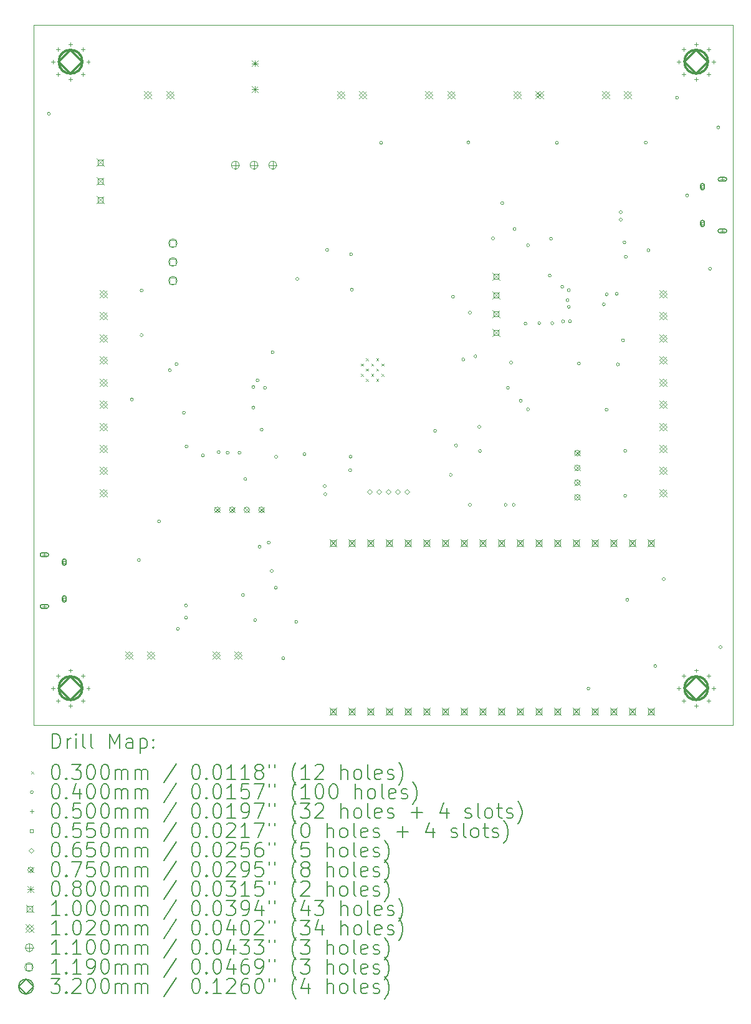
<source format=gbr>
%FSLAX45Y45*%
G04 Gerber Fmt 4.5, Leading zero omitted, Abs format (unit mm)*
G04 Created by KiCad (PCBNEW (6.0.6)) date 2023-04-23 20:48:18*
%MOMM*%
%LPD*%
G01*
G04 APERTURE LIST*
%TA.AperFunction,Profile*%
%ADD10C,0.100000*%
%TD*%
%ADD11C,0.200000*%
%ADD12C,0.030000*%
%ADD13C,0.040000*%
%ADD14C,0.050000*%
%ADD15C,0.055000*%
%ADD16C,0.065000*%
%ADD17C,0.075000*%
%ADD18C,0.080000*%
%ADD19C,0.100000*%
%ADD20C,0.102000*%
%ADD21C,0.110000*%
%ADD22C,0.119000*%
%ADD23C,0.320000*%
G04 APERTURE END LIST*
D10*
X5000000Y-14500000D02*
X5000000Y-5000000D01*
X14500000Y-5000000D02*
X14500000Y-14500000D01*
X5000000Y-14500000D02*
X14500000Y-14500000D01*
X14500000Y-5000000D02*
X5000000Y-5000000D01*
D11*
D12*
X9445000Y-9596000D02*
X9475000Y-9626000D01*
X9475000Y-9596000D02*
X9445000Y-9626000D01*
X9445000Y-9736000D02*
X9475000Y-9766000D01*
X9475000Y-9736000D02*
X9445000Y-9766000D01*
X9515000Y-9526000D02*
X9545000Y-9556000D01*
X9545000Y-9526000D02*
X9515000Y-9556000D01*
X9515000Y-9666000D02*
X9545000Y-9696000D01*
X9545000Y-9666000D02*
X9515000Y-9696000D01*
X9515000Y-9806000D02*
X9545000Y-9836000D01*
X9545000Y-9806000D02*
X9515000Y-9836000D01*
X9585000Y-9596000D02*
X9615000Y-9626000D01*
X9615000Y-9596000D02*
X9585000Y-9626000D01*
X9585000Y-9736000D02*
X9615000Y-9766000D01*
X9615000Y-9736000D02*
X9585000Y-9766000D01*
X9655000Y-9526000D02*
X9685000Y-9556000D01*
X9685000Y-9526000D02*
X9655000Y-9556000D01*
X9655000Y-9666000D02*
X9685000Y-9696000D01*
X9685000Y-9666000D02*
X9655000Y-9696000D01*
X9655000Y-9806000D02*
X9685000Y-9836000D01*
X9685000Y-9806000D02*
X9655000Y-9836000D01*
X9725000Y-9596000D02*
X9755000Y-9626000D01*
X9755000Y-9596000D02*
X9725000Y-9626000D01*
X9725000Y-9736000D02*
X9755000Y-9766000D01*
X9755000Y-9736000D02*
X9725000Y-9766000D01*
D13*
X5225000Y-6205000D02*
G75*
G03*
X5225000Y-6205000I-20000J0D01*
G01*
X6352500Y-10082500D02*
G75*
G03*
X6352500Y-10082500I-20000J0D01*
G01*
X6447500Y-12262500D02*
G75*
G03*
X6447500Y-12262500I-20000J0D01*
G01*
X6485000Y-8605000D02*
G75*
G03*
X6485000Y-8605000I-20000J0D01*
G01*
X6485000Y-9210000D02*
G75*
G03*
X6485000Y-9210000I-20000J0D01*
G01*
X6722500Y-11735000D02*
G75*
G03*
X6722500Y-11735000I-20000J0D01*
G01*
X6867500Y-9685000D02*
G75*
G03*
X6867500Y-9685000I-20000J0D01*
G01*
X6960000Y-9602500D02*
G75*
G03*
X6960000Y-9602500I-20000J0D01*
G01*
X6977500Y-13195000D02*
G75*
G03*
X6977500Y-13195000I-20000J0D01*
G01*
X7060000Y-10262500D02*
G75*
G03*
X7060000Y-10262500I-20000J0D01*
G01*
X7087500Y-12877500D02*
G75*
G03*
X7087500Y-12877500I-20000J0D01*
G01*
X7090000Y-13042500D02*
G75*
G03*
X7090000Y-13042500I-20000J0D01*
G01*
X7095000Y-10722500D02*
G75*
G03*
X7095000Y-10722500I-20000J0D01*
G01*
X7317500Y-10842500D02*
G75*
G03*
X7317500Y-10842500I-20000J0D01*
G01*
X7532500Y-10797500D02*
G75*
G03*
X7532500Y-10797500I-20000J0D01*
G01*
X7655000Y-10805000D02*
G75*
G03*
X7655000Y-10805000I-20000J0D01*
G01*
X7815700Y-10805700D02*
G75*
G03*
X7815700Y-10805700I-20000J0D01*
G01*
X7862500Y-12737500D02*
G75*
G03*
X7862500Y-12737500I-20000J0D01*
G01*
X7895000Y-11162500D02*
G75*
G03*
X7895000Y-11162500I-20000J0D01*
G01*
X8002500Y-9912500D02*
G75*
G03*
X8002500Y-9912500I-20000J0D01*
G01*
X8002500Y-10192500D02*
G75*
G03*
X8002500Y-10192500I-20000J0D01*
G01*
X8027500Y-13077500D02*
G75*
G03*
X8027500Y-13077500I-20000J0D01*
G01*
X8060000Y-9825000D02*
G75*
G03*
X8060000Y-9825000I-20000J0D01*
G01*
X8087500Y-12080000D02*
G75*
G03*
X8087500Y-12080000I-20000J0D01*
G01*
X8115778Y-10491385D02*
G75*
G03*
X8115778Y-10491385I-20000J0D01*
G01*
X8162500Y-9925000D02*
G75*
G03*
X8162500Y-9925000I-20000J0D01*
G01*
X8212500Y-12022500D02*
G75*
G03*
X8212500Y-12022500I-20000J0D01*
G01*
X8252500Y-12410000D02*
G75*
G03*
X8252500Y-12410000I-20000J0D01*
G01*
X8265000Y-9442500D02*
G75*
G03*
X8265000Y-9442500I-20000J0D01*
G01*
X8310000Y-12637500D02*
G75*
G03*
X8310000Y-12637500I-20000J0D01*
G01*
X8312500Y-10860000D02*
G75*
G03*
X8312500Y-10860000I-20000J0D01*
G01*
X8410000Y-13592500D02*
G75*
G03*
X8410000Y-13592500I-20000J0D01*
G01*
X8587500Y-13100000D02*
G75*
G03*
X8587500Y-13100000I-20000J0D01*
G01*
X8600000Y-8447500D02*
G75*
G03*
X8600000Y-8447500I-20000J0D01*
G01*
X8697500Y-10825000D02*
G75*
G03*
X8697500Y-10825000I-20000J0D01*
G01*
X8972500Y-11257500D02*
G75*
G03*
X8972500Y-11257500I-20000J0D01*
G01*
X8980000Y-11367500D02*
G75*
G03*
X8980000Y-11367500I-20000J0D01*
G01*
X9005000Y-8052500D02*
G75*
G03*
X9005000Y-8052500I-20000J0D01*
G01*
X9317500Y-11042500D02*
G75*
G03*
X9317500Y-11042500I-20000J0D01*
G01*
X9325000Y-10860000D02*
G75*
G03*
X9325000Y-10860000I-20000J0D01*
G01*
X9332500Y-8112500D02*
G75*
G03*
X9332500Y-8112500I-20000J0D01*
G01*
X9342500Y-8592500D02*
G75*
G03*
X9342500Y-8592500I-20000J0D01*
G01*
X9740000Y-6600000D02*
G75*
G03*
X9740000Y-6600000I-20000J0D01*
G01*
X10472500Y-10507500D02*
G75*
G03*
X10472500Y-10507500I-20000J0D01*
G01*
X10685000Y-11105000D02*
G75*
G03*
X10685000Y-11105000I-20000J0D01*
G01*
X10715000Y-8687500D02*
G75*
G03*
X10715000Y-8687500I-20000J0D01*
G01*
X10757500Y-10707500D02*
G75*
G03*
X10757500Y-10707500I-20000J0D01*
G01*
X10855000Y-9540000D02*
G75*
G03*
X10855000Y-9540000I-20000J0D01*
G01*
X10925000Y-6595000D02*
G75*
G03*
X10925000Y-6595000I-20000J0D01*
G01*
X10945000Y-8905000D02*
G75*
G03*
X10945000Y-8905000I-20000J0D01*
G01*
X10945000Y-11512500D02*
G75*
G03*
X10945000Y-11512500I-20000J0D01*
G01*
X11020000Y-9497500D02*
G75*
G03*
X11020000Y-9497500I-20000J0D01*
G01*
X11072500Y-10455000D02*
G75*
G03*
X11072500Y-10455000I-20000J0D01*
G01*
X11082500Y-10782500D02*
G75*
G03*
X11082500Y-10782500I-20000J0D01*
G01*
X11260000Y-7897500D02*
G75*
G03*
X11260000Y-7897500I-20000J0D01*
G01*
X11385000Y-7417500D02*
G75*
G03*
X11385000Y-7417500I-20000J0D01*
G01*
X11430000Y-11512500D02*
G75*
G03*
X11430000Y-11512500I-20000J0D01*
G01*
X11462500Y-9925000D02*
G75*
G03*
X11462500Y-9925000I-20000J0D01*
G01*
X11505000Y-9582500D02*
G75*
G03*
X11505000Y-9582500I-20000J0D01*
G01*
X11540000Y-11512500D02*
G75*
G03*
X11540000Y-11512500I-20000J0D01*
G01*
X11552500Y-7770000D02*
G75*
G03*
X11552500Y-7770000I-20000J0D01*
G01*
X11635000Y-10100000D02*
G75*
G03*
X11635000Y-10100000I-20000J0D01*
G01*
X11700000Y-9055000D02*
G75*
G03*
X11700000Y-9055000I-20000J0D01*
G01*
X11735000Y-7990000D02*
G75*
G03*
X11735000Y-7990000I-20000J0D01*
G01*
X11735000Y-10217500D02*
G75*
G03*
X11735000Y-10217500I-20000J0D01*
G01*
X11887500Y-9047500D02*
G75*
G03*
X11887500Y-9047500I-20000J0D01*
G01*
X12030000Y-8402500D02*
G75*
G03*
X12030000Y-8402500I-20000J0D01*
G01*
X12047450Y-7902500D02*
G75*
G03*
X12047450Y-7902500I-20000J0D01*
G01*
X12065000Y-9047500D02*
G75*
G03*
X12065000Y-9047500I-20000J0D01*
G01*
X12127500Y-6600000D02*
G75*
G03*
X12127500Y-6600000I-20000J0D01*
G01*
X12200000Y-8555000D02*
G75*
G03*
X12200000Y-8555000I-20000J0D01*
G01*
X12210000Y-9022500D02*
G75*
G03*
X12210000Y-9022500I-20000J0D01*
G01*
X12272500Y-8735000D02*
G75*
G03*
X12272500Y-8735000I-20000J0D01*
G01*
X12289398Y-8599699D02*
G75*
G03*
X12289398Y-8599699I-20000J0D01*
G01*
X12290000Y-8827500D02*
G75*
G03*
X12290000Y-8827500I-20000J0D01*
G01*
X12305000Y-9022500D02*
G75*
G03*
X12305000Y-9022500I-20000J0D01*
G01*
X12425000Y-9595000D02*
G75*
G03*
X12425000Y-9595000I-20000J0D01*
G01*
X12555000Y-14005000D02*
G75*
G03*
X12555000Y-14005000I-20000J0D01*
G01*
X12765000Y-8792500D02*
G75*
G03*
X12765000Y-8792500I-20000J0D01*
G01*
X12802500Y-8657500D02*
G75*
G03*
X12802500Y-8657500I-20000J0D01*
G01*
X12802500Y-10220000D02*
G75*
G03*
X12802500Y-10220000I-20000J0D01*
G01*
X12940000Y-8647500D02*
G75*
G03*
X12940000Y-8647500I-20000J0D01*
G01*
X12955000Y-9607500D02*
G75*
G03*
X12955000Y-9607500I-20000J0D01*
G01*
X12994527Y-7542551D02*
G75*
G03*
X12994527Y-7542551I-20000J0D01*
G01*
X12995000Y-7642500D02*
G75*
G03*
X12995000Y-7642500I-20000J0D01*
G01*
X13025000Y-9280000D02*
G75*
G03*
X13025000Y-9280000I-20000J0D01*
G01*
X13045000Y-7950000D02*
G75*
G03*
X13045000Y-7950000I-20000J0D01*
G01*
X13055000Y-10780000D02*
G75*
G03*
X13055000Y-10780000I-20000J0D01*
G01*
X13055000Y-11387500D02*
G75*
G03*
X13055000Y-11387500I-20000J0D01*
G01*
X13065000Y-8147500D02*
G75*
G03*
X13065000Y-8147500I-20000J0D01*
G01*
X13082500Y-12800000D02*
G75*
G03*
X13082500Y-12800000I-20000J0D01*
G01*
X13335000Y-6597500D02*
G75*
G03*
X13335000Y-6597500I-20000J0D01*
G01*
X13370000Y-8057500D02*
G75*
G03*
X13370000Y-8057500I-20000J0D01*
G01*
X13462500Y-13697500D02*
G75*
G03*
X13462500Y-13697500I-20000J0D01*
G01*
X13580000Y-12520000D02*
G75*
G03*
X13580000Y-12520000I-20000J0D01*
G01*
X13760000Y-5987500D02*
G75*
G03*
X13760000Y-5987500I-20000J0D01*
G01*
X13897500Y-7315000D02*
G75*
G03*
X13897500Y-7315000I-20000J0D01*
G01*
X14207500Y-8310000D02*
G75*
G03*
X14207500Y-8310000I-20000J0D01*
G01*
X14320000Y-6392500D02*
G75*
G03*
X14320000Y-6392500I-20000J0D01*
G01*
X14350000Y-13442500D02*
G75*
G03*
X14350000Y-13442500I-20000J0D01*
G01*
D14*
X5145000Y-12165000D02*
X5145000Y-12215000D01*
X5120000Y-12190000D02*
X5170000Y-12190000D01*
D11*
X5177500Y-12165000D02*
X5112500Y-12165000D01*
X5177500Y-12215000D02*
X5112500Y-12215000D01*
X5112500Y-12165000D02*
G75*
G03*
X5112500Y-12215000I0J-25000D01*
G01*
X5177500Y-12215000D02*
G75*
G03*
X5177500Y-12165000I0J25000D01*
G01*
D14*
X5145000Y-12865000D02*
X5145000Y-12915000D01*
X5120000Y-12890000D02*
X5170000Y-12890000D01*
D11*
X5177500Y-12865000D02*
X5112500Y-12865000D01*
X5177500Y-12915000D02*
X5112500Y-12915000D01*
X5112500Y-12865000D02*
G75*
G03*
X5112500Y-12915000I0J-25000D01*
G01*
X5177500Y-12915000D02*
G75*
G03*
X5177500Y-12865000I0J25000D01*
G01*
D14*
X5260000Y-5475000D02*
X5260000Y-5525000D01*
X5235000Y-5500000D02*
X5285000Y-5500000D01*
X5260000Y-13975000D02*
X5260000Y-14025000D01*
X5235000Y-14000000D02*
X5285000Y-14000000D01*
X5330294Y-5305294D02*
X5330294Y-5355294D01*
X5305294Y-5330294D02*
X5355294Y-5330294D01*
X5330294Y-5644706D02*
X5330294Y-5694706D01*
X5305294Y-5669706D02*
X5355294Y-5669706D01*
X5330294Y-13805294D02*
X5330294Y-13855294D01*
X5305294Y-13830294D02*
X5355294Y-13830294D01*
X5330294Y-14144706D02*
X5330294Y-14194706D01*
X5305294Y-14169706D02*
X5355294Y-14169706D01*
X5500000Y-5235000D02*
X5500000Y-5285000D01*
X5475000Y-5260000D02*
X5525000Y-5260000D01*
X5500000Y-5715000D02*
X5500000Y-5765000D01*
X5475000Y-5740000D02*
X5525000Y-5740000D01*
X5500000Y-13735000D02*
X5500000Y-13785000D01*
X5475000Y-13760000D02*
X5525000Y-13760000D01*
X5500000Y-14215000D02*
X5500000Y-14265000D01*
X5475000Y-14240000D02*
X5525000Y-14240000D01*
X5669706Y-5305294D02*
X5669706Y-5355294D01*
X5644706Y-5330294D02*
X5694706Y-5330294D01*
X5669706Y-5644706D02*
X5669706Y-5694706D01*
X5644706Y-5669706D02*
X5694706Y-5669706D01*
X5669706Y-13805294D02*
X5669706Y-13855294D01*
X5644706Y-13830294D02*
X5694706Y-13830294D01*
X5669706Y-14144706D02*
X5669706Y-14194706D01*
X5644706Y-14169706D02*
X5694706Y-14169706D01*
X5740000Y-5475000D02*
X5740000Y-5525000D01*
X5715000Y-5500000D02*
X5765000Y-5500000D01*
X5740000Y-13975000D02*
X5740000Y-14025000D01*
X5715000Y-14000000D02*
X5765000Y-14000000D01*
X13760000Y-5475000D02*
X13760000Y-5525000D01*
X13735000Y-5500000D02*
X13785000Y-5500000D01*
X13760000Y-13975000D02*
X13760000Y-14025000D01*
X13735000Y-14000000D02*
X13785000Y-14000000D01*
X13830294Y-5305294D02*
X13830294Y-5355294D01*
X13805294Y-5330294D02*
X13855294Y-5330294D01*
X13830294Y-5644706D02*
X13830294Y-5694706D01*
X13805294Y-5669706D02*
X13855294Y-5669706D01*
X13830294Y-13805294D02*
X13830294Y-13855294D01*
X13805294Y-13830294D02*
X13855294Y-13830294D01*
X13830294Y-14144706D02*
X13830294Y-14194706D01*
X13805294Y-14169706D02*
X13855294Y-14169706D01*
X14000000Y-5235000D02*
X14000000Y-5285000D01*
X13975000Y-5260000D02*
X14025000Y-5260000D01*
X14000000Y-5715000D02*
X14000000Y-5765000D01*
X13975000Y-5740000D02*
X14025000Y-5740000D01*
X14000000Y-13735000D02*
X14000000Y-13785000D01*
X13975000Y-13760000D02*
X14025000Y-13760000D01*
X14000000Y-14215000D02*
X14000000Y-14265000D01*
X13975000Y-14240000D02*
X14025000Y-14240000D01*
X14169706Y-5305294D02*
X14169706Y-5355294D01*
X14144706Y-5330294D02*
X14194706Y-5330294D01*
X14169706Y-5644706D02*
X14169706Y-5694706D01*
X14144706Y-5669706D02*
X14194706Y-5669706D01*
X14169706Y-13805294D02*
X14169706Y-13855294D01*
X14144706Y-13830294D02*
X14194706Y-13830294D01*
X14169706Y-14144706D02*
X14169706Y-14194706D01*
X14144706Y-14169706D02*
X14194706Y-14169706D01*
X14240000Y-5475000D02*
X14240000Y-5525000D01*
X14215000Y-5500000D02*
X14265000Y-5500000D01*
X14240000Y-13975000D02*
X14240000Y-14025000D01*
X14215000Y-14000000D02*
X14265000Y-14000000D01*
X14355000Y-7070000D02*
X14355000Y-7120000D01*
X14330000Y-7095000D02*
X14380000Y-7095000D01*
D11*
X14322500Y-7120000D02*
X14387500Y-7120000D01*
X14322500Y-7070000D02*
X14387500Y-7070000D01*
X14387500Y-7120000D02*
G75*
G03*
X14387500Y-7070000I0J25000D01*
G01*
X14322500Y-7070000D02*
G75*
G03*
X14322500Y-7120000I0J-25000D01*
G01*
D14*
X14355000Y-7770000D02*
X14355000Y-7820000D01*
X14330000Y-7795000D02*
X14380000Y-7795000D01*
D11*
X14322500Y-7820000D02*
X14387500Y-7820000D01*
X14322500Y-7770000D02*
X14387500Y-7770000D01*
X14387500Y-7820000D02*
G75*
G03*
X14387500Y-7770000I0J25000D01*
G01*
X14322500Y-7770000D02*
G75*
G03*
X14322500Y-7820000I0J-25000D01*
G01*
D15*
X5434446Y-12309446D02*
X5434446Y-12270554D01*
X5395554Y-12270554D01*
X5395554Y-12309446D01*
X5434446Y-12309446D01*
D11*
X5387500Y-12275000D02*
X5387500Y-12305000D01*
X5442500Y-12275000D02*
X5442500Y-12305000D01*
X5387500Y-12305000D02*
G75*
G03*
X5442500Y-12305000I27500J0D01*
G01*
X5442500Y-12275000D02*
G75*
G03*
X5387500Y-12275000I-27500J0D01*
G01*
D15*
X5434446Y-12809446D02*
X5434446Y-12770554D01*
X5395554Y-12770554D01*
X5395554Y-12809446D01*
X5434446Y-12809446D01*
D11*
X5387500Y-12775000D02*
X5387500Y-12805000D01*
X5442500Y-12775000D02*
X5442500Y-12805000D01*
X5387500Y-12805000D02*
G75*
G03*
X5442500Y-12805000I27500J0D01*
G01*
X5442500Y-12775000D02*
G75*
G03*
X5387500Y-12775000I-27500J0D01*
G01*
D15*
X14104446Y-7214446D02*
X14104446Y-7175554D01*
X14065554Y-7175554D01*
X14065554Y-7214446D01*
X14104446Y-7214446D01*
D11*
X14112500Y-7210000D02*
X14112500Y-7180000D01*
X14057500Y-7210000D02*
X14057500Y-7180000D01*
X14112500Y-7180000D02*
G75*
G03*
X14057500Y-7180000I-27500J0D01*
G01*
X14057500Y-7210000D02*
G75*
G03*
X14112500Y-7210000I27500J0D01*
G01*
D15*
X14104446Y-7714446D02*
X14104446Y-7675554D01*
X14065554Y-7675554D01*
X14065554Y-7714446D01*
X14104446Y-7714446D01*
D11*
X14112500Y-7710000D02*
X14112500Y-7680000D01*
X14057500Y-7710000D02*
X14057500Y-7680000D01*
X14112500Y-7680000D02*
G75*
G03*
X14057500Y-7680000I-27500J0D01*
G01*
X14057500Y-7710000D02*
G75*
G03*
X14112500Y-7710000I27500J0D01*
G01*
D16*
X9560000Y-11365000D02*
X9592500Y-11332500D01*
X9560000Y-11300000D01*
X9527500Y-11332500D01*
X9560000Y-11365000D01*
X9687000Y-11365000D02*
X9719500Y-11332500D01*
X9687000Y-11300000D01*
X9654500Y-11332500D01*
X9687000Y-11365000D01*
X9814000Y-11365000D02*
X9846500Y-11332500D01*
X9814000Y-11300000D01*
X9781500Y-11332500D01*
X9814000Y-11365000D01*
X9941000Y-11365000D02*
X9973500Y-11332500D01*
X9941000Y-11300000D01*
X9908500Y-11332500D01*
X9941000Y-11365000D01*
X10068000Y-11365000D02*
X10100500Y-11332500D01*
X10068000Y-11300000D01*
X10035500Y-11332500D01*
X10068000Y-11365000D01*
D17*
X7457500Y-11542500D02*
X7532500Y-11617500D01*
X7532500Y-11542500D02*
X7457500Y-11617500D01*
X7532500Y-11580000D02*
G75*
G03*
X7532500Y-11580000I-37500J0D01*
G01*
X7657500Y-11542500D02*
X7732500Y-11617500D01*
X7732500Y-11542500D02*
X7657500Y-11617500D01*
X7732500Y-11580000D02*
G75*
G03*
X7732500Y-11580000I-37500J0D01*
G01*
X7857500Y-11542500D02*
X7932500Y-11617500D01*
X7932500Y-11542500D02*
X7857500Y-11617500D01*
X7932500Y-11580000D02*
G75*
G03*
X7932500Y-11580000I-37500J0D01*
G01*
X8057500Y-11542500D02*
X8132500Y-11617500D01*
X8132500Y-11542500D02*
X8057500Y-11617500D01*
X8132500Y-11580000D02*
G75*
G03*
X8132500Y-11580000I-37500J0D01*
G01*
X12347500Y-10772500D02*
X12422500Y-10847500D01*
X12422500Y-10772500D02*
X12347500Y-10847500D01*
X12422500Y-10810000D02*
G75*
G03*
X12422500Y-10810000I-37500J0D01*
G01*
X12347500Y-10972500D02*
X12422500Y-11047500D01*
X12422500Y-10972500D02*
X12347500Y-11047500D01*
X12422500Y-11010000D02*
G75*
G03*
X12422500Y-11010000I-37500J0D01*
G01*
X12347500Y-11172500D02*
X12422500Y-11247500D01*
X12422500Y-11172500D02*
X12347500Y-11247500D01*
X12422500Y-11210000D02*
G75*
G03*
X12422500Y-11210000I-37500J0D01*
G01*
X12347500Y-11372500D02*
X12422500Y-11447500D01*
X12422500Y-11372500D02*
X12347500Y-11447500D01*
X12422500Y-11410000D02*
G75*
G03*
X12422500Y-11410000I-37500J0D01*
G01*
D18*
X7965000Y-5482765D02*
X8045000Y-5562765D01*
X8045000Y-5482765D02*
X7965000Y-5562765D01*
X8005000Y-5482765D02*
X8005000Y-5562765D01*
X7965000Y-5522765D02*
X8045000Y-5522765D01*
X7965000Y-5832765D02*
X8045000Y-5912765D01*
X8045000Y-5832765D02*
X7965000Y-5912765D01*
X8005000Y-5832765D02*
X8005000Y-5912765D01*
X7965000Y-5872765D02*
X8045000Y-5872765D01*
D19*
X5854108Y-6816892D02*
X5954108Y-6916892D01*
X5954108Y-6816892D02*
X5854108Y-6916892D01*
X5939464Y-6902248D02*
X5939464Y-6831536D01*
X5868752Y-6831536D01*
X5868752Y-6902248D01*
X5939464Y-6902248D01*
X5854108Y-7070892D02*
X5954108Y-7170892D01*
X5954108Y-7070892D02*
X5854108Y-7170892D01*
X5939464Y-7156248D02*
X5939464Y-7085536D01*
X5868752Y-7085536D01*
X5868752Y-7156248D01*
X5939464Y-7156248D01*
X5854108Y-7324892D02*
X5954108Y-7424892D01*
X5954108Y-7324892D02*
X5854108Y-7424892D01*
X5939464Y-7410248D02*
X5939464Y-7339536D01*
X5868752Y-7339536D01*
X5868752Y-7410248D01*
X5939464Y-7410248D01*
X9017000Y-11982000D02*
X9117000Y-12082000D01*
X9117000Y-11982000D02*
X9017000Y-12082000D01*
X9102356Y-12067356D02*
X9102356Y-11996644D01*
X9031644Y-11996644D01*
X9031644Y-12067356D01*
X9102356Y-12067356D01*
X9017000Y-14268000D02*
X9117000Y-14368000D01*
X9117000Y-14268000D02*
X9017000Y-14368000D01*
X9102356Y-14353356D02*
X9102356Y-14282644D01*
X9031644Y-14282644D01*
X9031644Y-14353356D01*
X9102356Y-14353356D01*
X9271000Y-11982000D02*
X9371000Y-12082000D01*
X9371000Y-11982000D02*
X9271000Y-12082000D01*
X9356356Y-12067356D02*
X9356356Y-11996644D01*
X9285644Y-11996644D01*
X9285644Y-12067356D01*
X9356356Y-12067356D01*
X9271000Y-14268000D02*
X9371000Y-14368000D01*
X9371000Y-14268000D02*
X9271000Y-14368000D01*
X9356356Y-14353356D02*
X9356356Y-14282644D01*
X9285644Y-14282644D01*
X9285644Y-14353356D01*
X9356356Y-14353356D01*
X9525000Y-11982000D02*
X9625000Y-12082000D01*
X9625000Y-11982000D02*
X9525000Y-12082000D01*
X9610356Y-12067356D02*
X9610356Y-11996644D01*
X9539644Y-11996644D01*
X9539644Y-12067356D01*
X9610356Y-12067356D01*
X9525000Y-14268000D02*
X9625000Y-14368000D01*
X9625000Y-14268000D02*
X9525000Y-14368000D01*
X9610356Y-14353356D02*
X9610356Y-14282644D01*
X9539644Y-14282644D01*
X9539644Y-14353356D01*
X9610356Y-14353356D01*
X9779000Y-11982000D02*
X9879000Y-12082000D01*
X9879000Y-11982000D02*
X9779000Y-12082000D01*
X9864356Y-12067356D02*
X9864356Y-11996644D01*
X9793644Y-11996644D01*
X9793644Y-12067356D01*
X9864356Y-12067356D01*
X9779000Y-14268000D02*
X9879000Y-14368000D01*
X9879000Y-14268000D02*
X9779000Y-14368000D01*
X9864356Y-14353356D02*
X9864356Y-14282644D01*
X9793644Y-14282644D01*
X9793644Y-14353356D01*
X9864356Y-14353356D01*
X10033000Y-11982000D02*
X10133000Y-12082000D01*
X10133000Y-11982000D02*
X10033000Y-12082000D01*
X10118356Y-12067356D02*
X10118356Y-11996644D01*
X10047644Y-11996644D01*
X10047644Y-12067356D01*
X10118356Y-12067356D01*
X10033000Y-14268000D02*
X10133000Y-14368000D01*
X10133000Y-14268000D02*
X10033000Y-14368000D01*
X10118356Y-14353356D02*
X10118356Y-14282644D01*
X10047644Y-14282644D01*
X10047644Y-14353356D01*
X10118356Y-14353356D01*
X10287000Y-11982000D02*
X10387000Y-12082000D01*
X10387000Y-11982000D02*
X10287000Y-12082000D01*
X10372356Y-12067356D02*
X10372356Y-11996644D01*
X10301644Y-11996644D01*
X10301644Y-12067356D01*
X10372356Y-12067356D01*
X10287000Y-14268000D02*
X10387000Y-14368000D01*
X10387000Y-14268000D02*
X10287000Y-14368000D01*
X10372356Y-14353356D02*
X10372356Y-14282644D01*
X10301644Y-14282644D01*
X10301644Y-14353356D01*
X10372356Y-14353356D01*
X10541000Y-11982000D02*
X10641000Y-12082000D01*
X10641000Y-11982000D02*
X10541000Y-12082000D01*
X10626356Y-12067356D02*
X10626356Y-11996644D01*
X10555644Y-11996644D01*
X10555644Y-12067356D01*
X10626356Y-12067356D01*
X10541000Y-14268000D02*
X10641000Y-14368000D01*
X10641000Y-14268000D02*
X10541000Y-14368000D01*
X10626356Y-14353356D02*
X10626356Y-14282644D01*
X10555644Y-14282644D01*
X10555644Y-14353356D01*
X10626356Y-14353356D01*
X10795000Y-11982000D02*
X10895000Y-12082000D01*
X10895000Y-11982000D02*
X10795000Y-12082000D01*
X10880356Y-12067356D02*
X10880356Y-11996644D01*
X10809644Y-11996644D01*
X10809644Y-12067356D01*
X10880356Y-12067356D01*
X10795000Y-14268000D02*
X10895000Y-14368000D01*
X10895000Y-14268000D02*
X10795000Y-14368000D01*
X10880356Y-14353356D02*
X10880356Y-14282644D01*
X10809644Y-14282644D01*
X10809644Y-14353356D01*
X10880356Y-14353356D01*
X11049000Y-11982000D02*
X11149000Y-12082000D01*
X11149000Y-11982000D02*
X11049000Y-12082000D01*
X11134356Y-12067356D02*
X11134356Y-11996644D01*
X11063644Y-11996644D01*
X11063644Y-12067356D01*
X11134356Y-12067356D01*
X11049000Y-14268000D02*
X11149000Y-14368000D01*
X11149000Y-14268000D02*
X11049000Y-14368000D01*
X11134356Y-14353356D02*
X11134356Y-14282644D01*
X11063644Y-14282644D01*
X11063644Y-14353356D01*
X11134356Y-14353356D01*
X11230000Y-8364500D02*
X11330000Y-8464500D01*
X11330000Y-8364500D02*
X11230000Y-8464500D01*
X11315356Y-8449856D02*
X11315356Y-8379144D01*
X11244644Y-8379144D01*
X11244644Y-8449856D01*
X11315356Y-8449856D01*
X11230000Y-8618500D02*
X11330000Y-8718500D01*
X11330000Y-8618500D02*
X11230000Y-8718500D01*
X11315356Y-8703856D02*
X11315356Y-8633144D01*
X11244644Y-8633144D01*
X11244644Y-8703856D01*
X11315356Y-8703856D01*
X11230000Y-8872500D02*
X11330000Y-8972500D01*
X11330000Y-8872500D02*
X11230000Y-8972500D01*
X11315356Y-8957856D02*
X11315356Y-8887144D01*
X11244644Y-8887144D01*
X11244644Y-8957856D01*
X11315356Y-8957856D01*
X11230000Y-9126500D02*
X11330000Y-9226500D01*
X11330000Y-9126500D02*
X11230000Y-9226500D01*
X11315356Y-9211856D02*
X11315356Y-9141144D01*
X11244644Y-9141144D01*
X11244644Y-9211856D01*
X11315356Y-9211856D01*
X11303000Y-11982000D02*
X11403000Y-12082000D01*
X11403000Y-11982000D02*
X11303000Y-12082000D01*
X11388356Y-12067356D02*
X11388356Y-11996644D01*
X11317644Y-11996644D01*
X11317644Y-12067356D01*
X11388356Y-12067356D01*
X11303000Y-14268000D02*
X11403000Y-14368000D01*
X11403000Y-14268000D02*
X11303000Y-14368000D01*
X11388356Y-14353356D02*
X11388356Y-14282644D01*
X11317644Y-14282644D01*
X11317644Y-14353356D01*
X11388356Y-14353356D01*
X11557000Y-11982000D02*
X11657000Y-12082000D01*
X11657000Y-11982000D02*
X11557000Y-12082000D01*
X11642356Y-12067356D02*
X11642356Y-11996644D01*
X11571644Y-11996644D01*
X11571644Y-12067356D01*
X11642356Y-12067356D01*
X11557000Y-14268000D02*
X11657000Y-14368000D01*
X11657000Y-14268000D02*
X11557000Y-14368000D01*
X11642356Y-14353356D02*
X11642356Y-14282644D01*
X11571644Y-14282644D01*
X11571644Y-14353356D01*
X11642356Y-14353356D01*
X11811000Y-11982000D02*
X11911000Y-12082000D01*
X11911000Y-11982000D02*
X11811000Y-12082000D01*
X11896356Y-12067356D02*
X11896356Y-11996644D01*
X11825644Y-11996644D01*
X11825644Y-12067356D01*
X11896356Y-12067356D01*
X11811000Y-14268000D02*
X11911000Y-14368000D01*
X11911000Y-14268000D02*
X11811000Y-14368000D01*
X11896356Y-14353356D02*
X11896356Y-14282644D01*
X11825644Y-14282644D01*
X11825644Y-14353356D01*
X11896356Y-14353356D01*
X12065000Y-11982000D02*
X12165000Y-12082000D01*
X12165000Y-11982000D02*
X12065000Y-12082000D01*
X12150356Y-12067356D02*
X12150356Y-11996644D01*
X12079644Y-11996644D01*
X12079644Y-12067356D01*
X12150356Y-12067356D01*
X12065000Y-14268000D02*
X12165000Y-14368000D01*
X12165000Y-14268000D02*
X12065000Y-14368000D01*
X12150356Y-14353356D02*
X12150356Y-14282644D01*
X12079644Y-14282644D01*
X12079644Y-14353356D01*
X12150356Y-14353356D01*
X12319000Y-11982000D02*
X12419000Y-12082000D01*
X12419000Y-11982000D02*
X12319000Y-12082000D01*
X12404356Y-12067356D02*
X12404356Y-11996644D01*
X12333644Y-11996644D01*
X12333644Y-12067356D01*
X12404356Y-12067356D01*
X12319000Y-14268000D02*
X12419000Y-14368000D01*
X12419000Y-14268000D02*
X12319000Y-14368000D01*
X12404356Y-14353356D02*
X12404356Y-14282644D01*
X12333644Y-14282644D01*
X12333644Y-14353356D01*
X12404356Y-14353356D01*
X12573000Y-11982000D02*
X12673000Y-12082000D01*
X12673000Y-11982000D02*
X12573000Y-12082000D01*
X12658356Y-12067356D02*
X12658356Y-11996644D01*
X12587644Y-11996644D01*
X12587644Y-12067356D01*
X12658356Y-12067356D01*
X12573000Y-14268000D02*
X12673000Y-14368000D01*
X12673000Y-14268000D02*
X12573000Y-14368000D01*
X12658356Y-14353356D02*
X12658356Y-14282644D01*
X12587644Y-14282644D01*
X12587644Y-14353356D01*
X12658356Y-14353356D01*
X12827000Y-11982000D02*
X12927000Y-12082000D01*
X12927000Y-11982000D02*
X12827000Y-12082000D01*
X12912356Y-12067356D02*
X12912356Y-11996644D01*
X12841644Y-11996644D01*
X12841644Y-12067356D01*
X12912356Y-12067356D01*
X12827000Y-14268000D02*
X12927000Y-14368000D01*
X12927000Y-14268000D02*
X12827000Y-14368000D01*
X12912356Y-14353356D02*
X12912356Y-14282644D01*
X12841644Y-14282644D01*
X12841644Y-14353356D01*
X12912356Y-14353356D01*
X13081000Y-11982000D02*
X13181000Y-12082000D01*
X13181000Y-11982000D02*
X13081000Y-12082000D01*
X13166356Y-12067356D02*
X13166356Y-11996644D01*
X13095644Y-11996644D01*
X13095644Y-12067356D01*
X13166356Y-12067356D01*
X13081000Y-14268000D02*
X13181000Y-14368000D01*
X13181000Y-14268000D02*
X13081000Y-14368000D01*
X13166356Y-14353356D02*
X13166356Y-14282644D01*
X13095644Y-14282644D01*
X13095644Y-14353356D01*
X13166356Y-14353356D01*
X13335000Y-11982000D02*
X13435000Y-12082000D01*
X13435000Y-11982000D02*
X13335000Y-12082000D01*
X13420356Y-12067356D02*
X13420356Y-11996644D01*
X13349644Y-11996644D01*
X13349644Y-12067356D01*
X13420356Y-12067356D01*
X13335000Y-14268000D02*
X13435000Y-14368000D01*
X13435000Y-14268000D02*
X13335000Y-14368000D01*
X13420356Y-14353356D02*
X13420356Y-14282644D01*
X13349644Y-14282644D01*
X13349644Y-14353356D01*
X13420356Y-14353356D01*
D20*
X5898500Y-8599000D02*
X6000500Y-8701000D01*
X6000500Y-8599000D02*
X5898500Y-8701000D01*
X5949500Y-8701000D02*
X6000500Y-8650000D01*
X5949500Y-8599000D01*
X5898500Y-8650000D01*
X5949500Y-8701000D01*
X5898500Y-8899000D02*
X6000500Y-9001000D01*
X6000500Y-8899000D02*
X5898500Y-9001000D01*
X5949500Y-9001000D02*
X6000500Y-8950000D01*
X5949500Y-8899000D01*
X5898500Y-8950000D01*
X5949500Y-9001000D01*
X5898500Y-9199000D02*
X6000500Y-9301000D01*
X6000500Y-9199000D02*
X5898500Y-9301000D01*
X5949500Y-9301000D02*
X6000500Y-9250000D01*
X5949500Y-9199000D01*
X5898500Y-9250000D01*
X5949500Y-9301000D01*
X5898500Y-9499000D02*
X6000500Y-9601000D01*
X6000500Y-9499000D02*
X5898500Y-9601000D01*
X5949500Y-9601000D02*
X6000500Y-9550000D01*
X5949500Y-9499000D01*
X5898500Y-9550000D01*
X5949500Y-9601000D01*
X5898500Y-9799000D02*
X6000500Y-9901000D01*
X6000500Y-9799000D02*
X5898500Y-9901000D01*
X5949500Y-9901000D02*
X6000500Y-9850000D01*
X5949500Y-9799000D01*
X5898500Y-9850000D01*
X5949500Y-9901000D01*
X5898500Y-10099000D02*
X6000500Y-10201000D01*
X6000500Y-10099000D02*
X5898500Y-10201000D01*
X5949500Y-10201000D02*
X6000500Y-10150000D01*
X5949500Y-10099000D01*
X5898500Y-10150000D01*
X5949500Y-10201000D01*
X5898500Y-10399000D02*
X6000500Y-10501000D01*
X6000500Y-10399000D02*
X5898500Y-10501000D01*
X5949500Y-10501000D02*
X6000500Y-10450000D01*
X5949500Y-10399000D01*
X5898500Y-10450000D01*
X5949500Y-10501000D01*
X5898500Y-10699000D02*
X6000500Y-10801000D01*
X6000500Y-10699000D02*
X5898500Y-10801000D01*
X5949500Y-10801000D02*
X6000500Y-10750000D01*
X5949500Y-10699000D01*
X5898500Y-10750000D01*
X5949500Y-10801000D01*
X5898500Y-10999000D02*
X6000500Y-11101000D01*
X6000500Y-10999000D02*
X5898500Y-11101000D01*
X5949500Y-11101000D02*
X6000500Y-11050000D01*
X5949500Y-10999000D01*
X5898500Y-11050000D01*
X5949500Y-11101000D01*
X5898500Y-11299000D02*
X6000500Y-11401000D01*
X6000500Y-11299000D02*
X5898500Y-11401000D01*
X5949500Y-11401000D02*
X6000500Y-11350000D01*
X5949500Y-11299000D01*
X5898500Y-11350000D01*
X5949500Y-11401000D01*
X6241500Y-13504500D02*
X6343500Y-13606500D01*
X6343500Y-13504500D02*
X6241500Y-13606500D01*
X6292500Y-13606500D02*
X6343500Y-13555500D01*
X6292500Y-13504500D01*
X6241500Y-13555500D01*
X6292500Y-13606500D01*
X6501500Y-5898500D02*
X6603500Y-6000500D01*
X6603500Y-5898500D02*
X6501500Y-6000500D01*
X6552500Y-6000500D02*
X6603500Y-5949500D01*
X6552500Y-5898500D01*
X6501500Y-5949500D01*
X6552500Y-6000500D01*
X6541500Y-13504500D02*
X6643500Y-13606500D01*
X6643500Y-13504500D02*
X6541500Y-13606500D01*
X6592500Y-13606500D02*
X6643500Y-13555500D01*
X6592500Y-13504500D01*
X6541500Y-13555500D01*
X6592500Y-13606500D01*
X6801500Y-5898500D02*
X6903500Y-6000500D01*
X6903500Y-5898500D02*
X6801500Y-6000500D01*
X6852500Y-6000500D02*
X6903500Y-5949500D01*
X6852500Y-5898500D01*
X6801500Y-5949500D01*
X6852500Y-6000500D01*
X7429000Y-13502000D02*
X7531000Y-13604000D01*
X7531000Y-13502000D02*
X7429000Y-13604000D01*
X7480000Y-13604000D02*
X7531000Y-13553000D01*
X7480000Y-13502000D01*
X7429000Y-13553000D01*
X7480000Y-13604000D01*
X7729000Y-13502000D02*
X7831000Y-13604000D01*
X7831000Y-13502000D02*
X7729000Y-13604000D01*
X7780000Y-13604000D02*
X7831000Y-13553000D01*
X7780000Y-13502000D01*
X7729000Y-13553000D01*
X7780000Y-13604000D01*
X9119000Y-5898500D02*
X9221000Y-6000500D01*
X9221000Y-5898500D02*
X9119000Y-6000500D01*
X9170000Y-6000500D02*
X9221000Y-5949500D01*
X9170000Y-5898500D01*
X9119000Y-5949500D01*
X9170000Y-6000500D01*
X9419000Y-5898500D02*
X9521000Y-6000500D01*
X9521000Y-5898500D02*
X9419000Y-6000500D01*
X9470000Y-6000500D02*
X9521000Y-5949500D01*
X9470000Y-5898500D01*
X9419000Y-5949500D01*
X9470000Y-6000500D01*
X10319000Y-5898500D02*
X10421000Y-6000500D01*
X10421000Y-5898500D02*
X10319000Y-6000500D01*
X10370000Y-6000500D02*
X10421000Y-5949500D01*
X10370000Y-5898500D01*
X10319000Y-5949500D01*
X10370000Y-6000500D01*
X10619000Y-5898500D02*
X10721000Y-6000500D01*
X10721000Y-5898500D02*
X10619000Y-6000500D01*
X10670000Y-6000500D02*
X10721000Y-5949500D01*
X10670000Y-5898500D01*
X10619000Y-5949500D01*
X10670000Y-6000500D01*
X11519000Y-5898500D02*
X11621000Y-6000500D01*
X11621000Y-5898500D02*
X11519000Y-6000500D01*
X11570000Y-6000500D02*
X11621000Y-5949500D01*
X11570000Y-5898500D01*
X11519000Y-5949500D01*
X11570000Y-6000500D01*
X11819000Y-5898500D02*
X11921000Y-6000500D01*
X11921000Y-5898500D02*
X11819000Y-6000500D01*
X11870000Y-6000500D02*
X11921000Y-5949500D01*
X11870000Y-5898500D01*
X11819000Y-5949500D01*
X11870000Y-6000500D01*
X12719000Y-5898500D02*
X12821000Y-6000500D01*
X12821000Y-5898500D02*
X12719000Y-6000500D01*
X12770000Y-6000500D02*
X12821000Y-5949500D01*
X12770000Y-5898500D01*
X12719000Y-5949500D01*
X12770000Y-6000500D01*
X13019000Y-5898500D02*
X13121000Y-6000500D01*
X13121000Y-5898500D02*
X13019000Y-6000500D01*
X13070000Y-6000500D02*
X13121000Y-5949500D01*
X13070000Y-5898500D01*
X13019000Y-5949500D01*
X13070000Y-6000500D01*
X13499500Y-8599000D02*
X13601500Y-8701000D01*
X13601500Y-8599000D02*
X13499500Y-8701000D01*
X13550500Y-8701000D02*
X13601500Y-8650000D01*
X13550500Y-8599000D01*
X13499500Y-8650000D01*
X13550500Y-8701000D01*
X13499500Y-8899000D02*
X13601500Y-9001000D01*
X13601500Y-8899000D02*
X13499500Y-9001000D01*
X13550500Y-9001000D02*
X13601500Y-8950000D01*
X13550500Y-8899000D01*
X13499500Y-8950000D01*
X13550500Y-9001000D01*
X13499500Y-9199000D02*
X13601500Y-9301000D01*
X13601500Y-9199000D02*
X13499500Y-9301000D01*
X13550500Y-9301000D02*
X13601500Y-9250000D01*
X13550500Y-9199000D01*
X13499500Y-9250000D01*
X13550500Y-9301000D01*
X13499500Y-9499000D02*
X13601500Y-9601000D01*
X13601500Y-9499000D02*
X13499500Y-9601000D01*
X13550500Y-9601000D02*
X13601500Y-9550000D01*
X13550500Y-9499000D01*
X13499500Y-9550000D01*
X13550500Y-9601000D01*
X13499500Y-9799000D02*
X13601500Y-9901000D01*
X13601500Y-9799000D02*
X13499500Y-9901000D01*
X13550500Y-9901000D02*
X13601500Y-9850000D01*
X13550500Y-9799000D01*
X13499500Y-9850000D01*
X13550500Y-9901000D01*
X13499500Y-10099000D02*
X13601500Y-10201000D01*
X13601500Y-10099000D02*
X13499500Y-10201000D01*
X13550500Y-10201000D02*
X13601500Y-10150000D01*
X13550500Y-10099000D01*
X13499500Y-10150000D01*
X13550500Y-10201000D01*
X13499500Y-10399000D02*
X13601500Y-10501000D01*
X13601500Y-10399000D02*
X13499500Y-10501000D01*
X13550500Y-10501000D02*
X13601500Y-10450000D01*
X13550500Y-10399000D01*
X13499500Y-10450000D01*
X13550500Y-10501000D01*
X13499500Y-10699000D02*
X13601500Y-10801000D01*
X13601500Y-10699000D02*
X13499500Y-10801000D01*
X13550500Y-10801000D02*
X13601500Y-10750000D01*
X13550500Y-10699000D01*
X13499500Y-10750000D01*
X13550500Y-10801000D01*
X13499500Y-10999000D02*
X13601500Y-11101000D01*
X13601500Y-10999000D02*
X13499500Y-11101000D01*
X13550500Y-11101000D02*
X13601500Y-11050000D01*
X13550500Y-10999000D01*
X13499500Y-11050000D01*
X13550500Y-11101000D01*
X13499500Y-11299000D02*
X13601500Y-11401000D01*
X13601500Y-11299000D02*
X13499500Y-11401000D01*
X13550500Y-11401000D02*
X13601500Y-11350000D01*
X13550500Y-11299000D01*
X13499500Y-11350000D01*
X13550500Y-11401000D01*
D21*
X7738500Y-6848000D02*
X7738500Y-6958000D01*
X7683500Y-6903000D02*
X7793500Y-6903000D01*
X7793500Y-6903000D02*
G75*
G03*
X7793500Y-6903000I-55000J0D01*
G01*
X7992500Y-6848000D02*
X7992500Y-6958000D01*
X7937500Y-6903000D02*
X8047500Y-6903000D01*
X8047500Y-6903000D02*
G75*
G03*
X8047500Y-6903000I-55000J0D01*
G01*
X8246500Y-6848000D02*
X8246500Y-6958000D01*
X8191500Y-6903000D02*
X8301500Y-6903000D01*
X8301500Y-6903000D02*
G75*
G03*
X8301500Y-6903000I-55000J0D01*
G01*
D22*
X6932073Y-8004573D02*
X6932073Y-7920427D01*
X6847927Y-7920427D01*
X6847927Y-8004573D01*
X6932073Y-8004573D01*
X6949500Y-7962500D02*
G75*
G03*
X6949500Y-7962500I-59500J0D01*
G01*
X6932073Y-8258573D02*
X6932073Y-8174427D01*
X6847927Y-8174427D01*
X6847927Y-8258573D01*
X6932073Y-8258573D01*
X6949500Y-8216500D02*
G75*
G03*
X6949500Y-8216500I-59500J0D01*
G01*
X6932073Y-8512573D02*
X6932073Y-8428427D01*
X6847927Y-8428427D01*
X6847927Y-8512573D01*
X6932073Y-8512573D01*
X6949500Y-8470500D02*
G75*
G03*
X6949500Y-8470500I-59500J0D01*
G01*
D23*
X5500000Y-5660000D02*
X5660000Y-5500000D01*
X5500000Y-5340000D01*
X5340000Y-5500000D01*
X5500000Y-5660000D01*
X5660000Y-5500000D02*
G75*
G03*
X5660000Y-5500000I-160000J0D01*
G01*
X5500000Y-14160000D02*
X5660000Y-14000000D01*
X5500000Y-13840000D01*
X5340000Y-14000000D01*
X5500000Y-14160000D01*
X5660000Y-14000000D02*
G75*
G03*
X5660000Y-14000000I-160000J0D01*
G01*
X14000000Y-5660000D02*
X14160000Y-5500000D01*
X14000000Y-5340000D01*
X13840000Y-5500000D01*
X14000000Y-5660000D01*
X14160000Y-5500000D02*
G75*
G03*
X14160000Y-5500000I-160000J0D01*
G01*
X14000000Y-14160000D02*
X14160000Y-14000000D01*
X14000000Y-13840000D01*
X13840000Y-14000000D01*
X14000000Y-14160000D01*
X14160000Y-14000000D02*
G75*
G03*
X14160000Y-14000000I-160000J0D01*
G01*
D11*
X5252619Y-14815476D02*
X5252619Y-14615476D01*
X5300238Y-14615476D01*
X5328810Y-14625000D01*
X5347857Y-14644048D01*
X5357381Y-14663095D01*
X5366905Y-14701190D01*
X5366905Y-14729762D01*
X5357381Y-14767857D01*
X5347857Y-14786905D01*
X5328810Y-14805952D01*
X5300238Y-14815476D01*
X5252619Y-14815476D01*
X5452619Y-14815476D02*
X5452619Y-14682143D01*
X5452619Y-14720238D02*
X5462143Y-14701190D01*
X5471667Y-14691667D01*
X5490714Y-14682143D01*
X5509762Y-14682143D01*
X5576429Y-14815476D02*
X5576429Y-14682143D01*
X5576429Y-14615476D02*
X5566905Y-14625000D01*
X5576429Y-14634524D01*
X5585952Y-14625000D01*
X5576429Y-14615476D01*
X5576429Y-14634524D01*
X5700238Y-14815476D02*
X5681190Y-14805952D01*
X5671667Y-14786905D01*
X5671667Y-14615476D01*
X5805000Y-14815476D02*
X5785952Y-14805952D01*
X5776428Y-14786905D01*
X5776428Y-14615476D01*
X6033571Y-14815476D02*
X6033571Y-14615476D01*
X6100238Y-14758333D01*
X6166905Y-14615476D01*
X6166905Y-14815476D01*
X6347857Y-14815476D02*
X6347857Y-14710714D01*
X6338333Y-14691667D01*
X6319286Y-14682143D01*
X6281190Y-14682143D01*
X6262143Y-14691667D01*
X6347857Y-14805952D02*
X6328809Y-14815476D01*
X6281190Y-14815476D01*
X6262143Y-14805952D01*
X6252619Y-14786905D01*
X6252619Y-14767857D01*
X6262143Y-14748809D01*
X6281190Y-14739286D01*
X6328809Y-14739286D01*
X6347857Y-14729762D01*
X6443095Y-14682143D02*
X6443095Y-14882143D01*
X6443095Y-14691667D02*
X6462143Y-14682143D01*
X6500238Y-14682143D01*
X6519286Y-14691667D01*
X6528809Y-14701190D01*
X6538333Y-14720238D01*
X6538333Y-14777381D01*
X6528809Y-14796428D01*
X6519286Y-14805952D01*
X6500238Y-14815476D01*
X6462143Y-14815476D01*
X6443095Y-14805952D01*
X6624048Y-14796428D02*
X6633571Y-14805952D01*
X6624048Y-14815476D01*
X6614524Y-14805952D01*
X6624048Y-14796428D01*
X6624048Y-14815476D01*
X6624048Y-14691667D02*
X6633571Y-14701190D01*
X6624048Y-14710714D01*
X6614524Y-14701190D01*
X6624048Y-14691667D01*
X6624048Y-14710714D01*
D12*
X4965000Y-15130000D02*
X4995000Y-15160000D01*
X4995000Y-15130000D02*
X4965000Y-15160000D01*
D11*
X5290714Y-15035476D02*
X5309762Y-15035476D01*
X5328810Y-15045000D01*
X5338333Y-15054524D01*
X5347857Y-15073571D01*
X5357381Y-15111667D01*
X5357381Y-15159286D01*
X5347857Y-15197381D01*
X5338333Y-15216428D01*
X5328810Y-15225952D01*
X5309762Y-15235476D01*
X5290714Y-15235476D01*
X5271667Y-15225952D01*
X5262143Y-15216428D01*
X5252619Y-15197381D01*
X5243095Y-15159286D01*
X5243095Y-15111667D01*
X5252619Y-15073571D01*
X5262143Y-15054524D01*
X5271667Y-15045000D01*
X5290714Y-15035476D01*
X5443095Y-15216428D02*
X5452619Y-15225952D01*
X5443095Y-15235476D01*
X5433571Y-15225952D01*
X5443095Y-15216428D01*
X5443095Y-15235476D01*
X5519286Y-15035476D02*
X5643095Y-15035476D01*
X5576429Y-15111667D01*
X5605000Y-15111667D01*
X5624048Y-15121190D01*
X5633571Y-15130714D01*
X5643095Y-15149762D01*
X5643095Y-15197381D01*
X5633571Y-15216428D01*
X5624048Y-15225952D01*
X5605000Y-15235476D01*
X5547857Y-15235476D01*
X5528810Y-15225952D01*
X5519286Y-15216428D01*
X5766905Y-15035476D02*
X5785952Y-15035476D01*
X5805000Y-15045000D01*
X5814524Y-15054524D01*
X5824048Y-15073571D01*
X5833571Y-15111667D01*
X5833571Y-15159286D01*
X5824048Y-15197381D01*
X5814524Y-15216428D01*
X5805000Y-15225952D01*
X5785952Y-15235476D01*
X5766905Y-15235476D01*
X5747857Y-15225952D01*
X5738333Y-15216428D01*
X5728809Y-15197381D01*
X5719286Y-15159286D01*
X5719286Y-15111667D01*
X5728809Y-15073571D01*
X5738333Y-15054524D01*
X5747857Y-15045000D01*
X5766905Y-15035476D01*
X5957381Y-15035476D02*
X5976428Y-15035476D01*
X5995476Y-15045000D01*
X6005000Y-15054524D01*
X6014524Y-15073571D01*
X6024048Y-15111667D01*
X6024048Y-15159286D01*
X6014524Y-15197381D01*
X6005000Y-15216428D01*
X5995476Y-15225952D01*
X5976428Y-15235476D01*
X5957381Y-15235476D01*
X5938333Y-15225952D01*
X5928809Y-15216428D01*
X5919286Y-15197381D01*
X5909762Y-15159286D01*
X5909762Y-15111667D01*
X5919286Y-15073571D01*
X5928809Y-15054524D01*
X5938333Y-15045000D01*
X5957381Y-15035476D01*
X6109762Y-15235476D02*
X6109762Y-15102143D01*
X6109762Y-15121190D02*
X6119286Y-15111667D01*
X6138333Y-15102143D01*
X6166905Y-15102143D01*
X6185952Y-15111667D01*
X6195476Y-15130714D01*
X6195476Y-15235476D01*
X6195476Y-15130714D02*
X6205000Y-15111667D01*
X6224048Y-15102143D01*
X6252619Y-15102143D01*
X6271667Y-15111667D01*
X6281190Y-15130714D01*
X6281190Y-15235476D01*
X6376428Y-15235476D02*
X6376428Y-15102143D01*
X6376428Y-15121190D02*
X6385952Y-15111667D01*
X6405000Y-15102143D01*
X6433571Y-15102143D01*
X6452619Y-15111667D01*
X6462143Y-15130714D01*
X6462143Y-15235476D01*
X6462143Y-15130714D02*
X6471667Y-15111667D01*
X6490714Y-15102143D01*
X6519286Y-15102143D01*
X6538333Y-15111667D01*
X6547857Y-15130714D01*
X6547857Y-15235476D01*
X6938333Y-15025952D02*
X6766905Y-15283095D01*
X7195476Y-15035476D02*
X7214524Y-15035476D01*
X7233571Y-15045000D01*
X7243095Y-15054524D01*
X7252619Y-15073571D01*
X7262143Y-15111667D01*
X7262143Y-15159286D01*
X7252619Y-15197381D01*
X7243095Y-15216428D01*
X7233571Y-15225952D01*
X7214524Y-15235476D01*
X7195476Y-15235476D01*
X7176428Y-15225952D01*
X7166905Y-15216428D01*
X7157381Y-15197381D01*
X7147857Y-15159286D01*
X7147857Y-15111667D01*
X7157381Y-15073571D01*
X7166905Y-15054524D01*
X7176428Y-15045000D01*
X7195476Y-15035476D01*
X7347857Y-15216428D02*
X7357381Y-15225952D01*
X7347857Y-15235476D01*
X7338333Y-15225952D01*
X7347857Y-15216428D01*
X7347857Y-15235476D01*
X7481190Y-15035476D02*
X7500238Y-15035476D01*
X7519286Y-15045000D01*
X7528809Y-15054524D01*
X7538333Y-15073571D01*
X7547857Y-15111667D01*
X7547857Y-15159286D01*
X7538333Y-15197381D01*
X7528809Y-15216428D01*
X7519286Y-15225952D01*
X7500238Y-15235476D01*
X7481190Y-15235476D01*
X7462143Y-15225952D01*
X7452619Y-15216428D01*
X7443095Y-15197381D01*
X7433571Y-15159286D01*
X7433571Y-15111667D01*
X7443095Y-15073571D01*
X7452619Y-15054524D01*
X7462143Y-15045000D01*
X7481190Y-15035476D01*
X7738333Y-15235476D02*
X7624048Y-15235476D01*
X7681190Y-15235476D02*
X7681190Y-15035476D01*
X7662143Y-15064048D01*
X7643095Y-15083095D01*
X7624048Y-15092619D01*
X7928809Y-15235476D02*
X7814524Y-15235476D01*
X7871667Y-15235476D02*
X7871667Y-15035476D01*
X7852619Y-15064048D01*
X7833571Y-15083095D01*
X7814524Y-15092619D01*
X8043095Y-15121190D02*
X8024048Y-15111667D01*
X8014524Y-15102143D01*
X8005000Y-15083095D01*
X8005000Y-15073571D01*
X8014524Y-15054524D01*
X8024048Y-15045000D01*
X8043095Y-15035476D01*
X8081190Y-15035476D01*
X8100238Y-15045000D01*
X8109762Y-15054524D01*
X8119286Y-15073571D01*
X8119286Y-15083095D01*
X8109762Y-15102143D01*
X8100238Y-15111667D01*
X8081190Y-15121190D01*
X8043095Y-15121190D01*
X8024048Y-15130714D01*
X8014524Y-15140238D01*
X8005000Y-15159286D01*
X8005000Y-15197381D01*
X8014524Y-15216428D01*
X8024048Y-15225952D01*
X8043095Y-15235476D01*
X8081190Y-15235476D01*
X8100238Y-15225952D01*
X8109762Y-15216428D01*
X8119286Y-15197381D01*
X8119286Y-15159286D01*
X8109762Y-15140238D01*
X8100238Y-15130714D01*
X8081190Y-15121190D01*
X8195476Y-15035476D02*
X8195476Y-15073571D01*
X8271667Y-15035476D02*
X8271667Y-15073571D01*
X8566905Y-15311667D02*
X8557381Y-15302143D01*
X8538333Y-15273571D01*
X8528810Y-15254524D01*
X8519286Y-15225952D01*
X8509762Y-15178333D01*
X8509762Y-15140238D01*
X8519286Y-15092619D01*
X8528810Y-15064048D01*
X8538333Y-15045000D01*
X8557381Y-15016428D01*
X8566905Y-15006905D01*
X8747857Y-15235476D02*
X8633571Y-15235476D01*
X8690714Y-15235476D02*
X8690714Y-15035476D01*
X8671667Y-15064048D01*
X8652619Y-15083095D01*
X8633571Y-15092619D01*
X8824048Y-15054524D02*
X8833571Y-15045000D01*
X8852619Y-15035476D01*
X8900238Y-15035476D01*
X8919286Y-15045000D01*
X8928810Y-15054524D01*
X8938333Y-15073571D01*
X8938333Y-15092619D01*
X8928810Y-15121190D01*
X8814524Y-15235476D01*
X8938333Y-15235476D01*
X9176429Y-15235476D02*
X9176429Y-15035476D01*
X9262143Y-15235476D02*
X9262143Y-15130714D01*
X9252619Y-15111667D01*
X9233571Y-15102143D01*
X9205000Y-15102143D01*
X9185952Y-15111667D01*
X9176429Y-15121190D01*
X9385952Y-15235476D02*
X9366905Y-15225952D01*
X9357381Y-15216428D01*
X9347857Y-15197381D01*
X9347857Y-15140238D01*
X9357381Y-15121190D01*
X9366905Y-15111667D01*
X9385952Y-15102143D01*
X9414524Y-15102143D01*
X9433571Y-15111667D01*
X9443095Y-15121190D01*
X9452619Y-15140238D01*
X9452619Y-15197381D01*
X9443095Y-15216428D01*
X9433571Y-15225952D01*
X9414524Y-15235476D01*
X9385952Y-15235476D01*
X9566905Y-15235476D02*
X9547857Y-15225952D01*
X9538333Y-15206905D01*
X9538333Y-15035476D01*
X9719286Y-15225952D02*
X9700238Y-15235476D01*
X9662143Y-15235476D01*
X9643095Y-15225952D01*
X9633571Y-15206905D01*
X9633571Y-15130714D01*
X9643095Y-15111667D01*
X9662143Y-15102143D01*
X9700238Y-15102143D01*
X9719286Y-15111667D01*
X9728810Y-15130714D01*
X9728810Y-15149762D01*
X9633571Y-15168809D01*
X9805000Y-15225952D02*
X9824048Y-15235476D01*
X9862143Y-15235476D01*
X9881190Y-15225952D01*
X9890714Y-15206905D01*
X9890714Y-15197381D01*
X9881190Y-15178333D01*
X9862143Y-15168809D01*
X9833571Y-15168809D01*
X9814524Y-15159286D01*
X9805000Y-15140238D01*
X9805000Y-15130714D01*
X9814524Y-15111667D01*
X9833571Y-15102143D01*
X9862143Y-15102143D01*
X9881190Y-15111667D01*
X9957381Y-15311667D02*
X9966905Y-15302143D01*
X9985952Y-15273571D01*
X9995476Y-15254524D01*
X10005000Y-15225952D01*
X10014524Y-15178333D01*
X10014524Y-15140238D01*
X10005000Y-15092619D01*
X9995476Y-15064048D01*
X9985952Y-15045000D01*
X9966905Y-15016428D01*
X9957381Y-15006905D01*
D13*
X4995000Y-15409000D02*
G75*
G03*
X4995000Y-15409000I-20000J0D01*
G01*
D11*
X5290714Y-15299476D02*
X5309762Y-15299476D01*
X5328810Y-15309000D01*
X5338333Y-15318524D01*
X5347857Y-15337571D01*
X5357381Y-15375667D01*
X5357381Y-15423286D01*
X5347857Y-15461381D01*
X5338333Y-15480428D01*
X5328810Y-15489952D01*
X5309762Y-15499476D01*
X5290714Y-15499476D01*
X5271667Y-15489952D01*
X5262143Y-15480428D01*
X5252619Y-15461381D01*
X5243095Y-15423286D01*
X5243095Y-15375667D01*
X5252619Y-15337571D01*
X5262143Y-15318524D01*
X5271667Y-15309000D01*
X5290714Y-15299476D01*
X5443095Y-15480428D02*
X5452619Y-15489952D01*
X5443095Y-15499476D01*
X5433571Y-15489952D01*
X5443095Y-15480428D01*
X5443095Y-15499476D01*
X5624048Y-15366143D02*
X5624048Y-15499476D01*
X5576429Y-15289952D02*
X5528810Y-15432809D01*
X5652619Y-15432809D01*
X5766905Y-15299476D02*
X5785952Y-15299476D01*
X5805000Y-15309000D01*
X5814524Y-15318524D01*
X5824048Y-15337571D01*
X5833571Y-15375667D01*
X5833571Y-15423286D01*
X5824048Y-15461381D01*
X5814524Y-15480428D01*
X5805000Y-15489952D01*
X5785952Y-15499476D01*
X5766905Y-15499476D01*
X5747857Y-15489952D01*
X5738333Y-15480428D01*
X5728809Y-15461381D01*
X5719286Y-15423286D01*
X5719286Y-15375667D01*
X5728809Y-15337571D01*
X5738333Y-15318524D01*
X5747857Y-15309000D01*
X5766905Y-15299476D01*
X5957381Y-15299476D02*
X5976428Y-15299476D01*
X5995476Y-15309000D01*
X6005000Y-15318524D01*
X6014524Y-15337571D01*
X6024048Y-15375667D01*
X6024048Y-15423286D01*
X6014524Y-15461381D01*
X6005000Y-15480428D01*
X5995476Y-15489952D01*
X5976428Y-15499476D01*
X5957381Y-15499476D01*
X5938333Y-15489952D01*
X5928809Y-15480428D01*
X5919286Y-15461381D01*
X5909762Y-15423286D01*
X5909762Y-15375667D01*
X5919286Y-15337571D01*
X5928809Y-15318524D01*
X5938333Y-15309000D01*
X5957381Y-15299476D01*
X6109762Y-15499476D02*
X6109762Y-15366143D01*
X6109762Y-15385190D02*
X6119286Y-15375667D01*
X6138333Y-15366143D01*
X6166905Y-15366143D01*
X6185952Y-15375667D01*
X6195476Y-15394714D01*
X6195476Y-15499476D01*
X6195476Y-15394714D02*
X6205000Y-15375667D01*
X6224048Y-15366143D01*
X6252619Y-15366143D01*
X6271667Y-15375667D01*
X6281190Y-15394714D01*
X6281190Y-15499476D01*
X6376428Y-15499476D02*
X6376428Y-15366143D01*
X6376428Y-15385190D02*
X6385952Y-15375667D01*
X6405000Y-15366143D01*
X6433571Y-15366143D01*
X6452619Y-15375667D01*
X6462143Y-15394714D01*
X6462143Y-15499476D01*
X6462143Y-15394714D02*
X6471667Y-15375667D01*
X6490714Y-15366143D01*
X6519286Y-15366143D01*
X6538333Y-15375667D01*
X6547857Y-15394714D01*
X6547857Y-15499476D01*
X6938333Y-15289952D02*
X6766905Y-15547095D01*
X7195476Y-15299476D02*
X7214524Y-15299476D01*
X7233571Y-15309000D01*
X7243095Y-15318524D01*
X7252619Y-15337571D01*
X7262143Y-15375667D01*
X7262143Y-15423286D01*
X7252619Y-15461381D01*
X7243095Y-15480428D01*
X7233571Y-15489952D01*
X7214524Y-15499476D01*
X7195476Y-15499476D01*
X7176428Y-15489952D01*
X7166905Y-15480428D01*
X7157381Y-15461381D01*
X7147857Y-15423286D01*
X7147857Y-15375667D01*
X7157381Y-15337571D01*
X7166905Y-15318524D01*
X7176428Y-15309000D01*
X7195476Y-15299476D01*
X7347857Y-15480428D02*
X7357381Y-15489952D01*
X7347857Y-15499476D01*
X7338333Y-15489952D01*
X7347857Y-15480428D01*
X7347857Y-15499476D01*
X7481190Y-15299476D02*
X7500238Y-15299476D01*
X7519286Y-15309000D01*
X7528809Y-15318524D01*
X7538333Y-15337571D01*
X7547857Y-15375667D01*
X7547857Y-15423286D01*
X7538333Y-15461381D01*
X7528809Y-15480428D01*
X7519286Y-15489952D01*
X7500238Y-15499476D01*
X7481190Y-15499476D01*
X7462143Y-15489952D01*
X7452619Y-15480428D01*
X7443095Y-15461381D01*
X7433571Y-15423286D01*
X7433571Y-15375667D01*
X7443095Y-15337571D01*
X7452619Y-15318524D01*
X7462143Y-15309000D01*
X7481190Y-15299476D01*
X7738333Y-15499476D02*
X7624048Y-15499476D01*
X7681190Y-15499476D02*
X7681190Y-15299476D01*
X7662143Y-15328048D01*
X7643095Y-15347095D01*
X7624048Y-15356619D01*
X7919286Y-15299476D02*
X7824048Y-15299476D01*
X7814524Y-15394714D01*
X7824048Y-15385190D01*
X7843095Y-15375667D01*
X7890714Y-15375667D01*
X7909762Y-15385190D01*
X7919286Y-15394714D01*
X7928809Y-15413762D01*
X7928809Y-15461381D01*
X7919286Y-15480428D01*
X7909762Y-15489952D01*
X7890714Y-15499476D01*
X7843095Y-15499476D01*
X7824048Y-15489952D01*
X7814524Y-15480428D01*
X7995476Y-15299476D02*
X8128809Y-15299476D01*
X8043095Y-15499476D01*
X8195476Y-15299476D02*
X8195476Y-15337571D01*
X8271667Y-15299476D02*
X8271667Y-15337571D01*
X8566905Y-15575667D02*
X8557381Y-15566143D01*
X8538333Y-15537571D01*
X8528810Y-15518524D01*
X8519286Y-15489952D01*
X8509762Y-15442333D01*
X8509762Y-15404238D01*
X8519286Y-15356619D01*
X8528810Y-15328048D01*
X8538333Y-15309000D01*
X8557381Y-15280428D01*
X8566905Y-15270905D01*
X8747857Y-15499476D02*
X8633571Y-15499476D01*
X8690714Y-15499476D02*
X8690714Y-15299476D01*
X8671667Y-15328048D01*
X8652619Y-15347095D01*
X8633571Y-15356619D01*
X8871667Y-15299476D02*
X8890714Y-15299476D01*
X8909762Y-15309000D01*
X8919286Y-15318524D01*
X8928810Y-15337571D01*
X8938333Y-15375667D01*
X8938333Y-15423286D01*
X8928810Y-15461381D01*
X8919286Y-15480428D01*
X8909762Y-15489952D01*
X8890714Y-15499476D01*
X8871667Y-15499476D01*
X8852619Y-15489952D01*
X8843095Y-15480428D01*
X8833571Y-15461381D01*
X8824048Y-15423286D01*
X8824048Y-15375667D01*
X8833571Y-15337571D01*
X8843095Y-15318524D01*
X8852619Y-15309000D01*
X8871667Y-15299476D01*
X9062143Y-15299476D02*
X9081190Y-15299476D01*
X9100238Y-15309000D01*
X9109762Y-15318524D01*
X9119286Y-15337571D01*
X9128810Y-15375667D01*
X9128810Y-15423286D01*
X9119286Y-15461381D01*
X9109762Y-15480428D01*
X9100238Y-15489952D01*
X9081190Y-15499476D01*
X9062143Y-15499476D01*
X9043095Y-15489952D01*
X9033571Y-15480428D01*
X9024048Y-15461381D01*
X9014524Y-15423286D01*
X9014524Y-15375667D01*
X9024048Y-15337571D01*
X9033571Y-15318524D01*
X9043095Y-15309000D01*
X9062143Y-15299476D01*
X9366905Y-15499476D02*
X9366905Y-15299476D01*
X9452619Y-15499476D02*
X9452619Y-15394714D01*
X9443095Y-15375667D01*
X9424048Y-15366143D01*
X9395476Y-15366143D01*
X9376429Y-15375667D01*
X9366905Y-15385190D01*
X9576429Y-15499476D02*
X9557381Y-15489952D01*
X9547857Y-15480428D01*
X9538333Y-15461381D01*
X9538333Y-15404238D01*
X9547857Y-15385190D01*
X9557381Y-15375667D01*
X9576429Y-15366143D01*
X9605000Y-15366143D01*
X9624048Y-15375667D01*
X9633571Y-15385190D01*
X9643095Y-15404238D01*
X9643095Y-15461381D01*
X9633571Y-15480428D01*
X9624048Y-15489952D01*
X9605000Y-15499476D01*
X9576429Y-15499476D01*
X9757381Y-15499476D02*
X9738333Y-15489952D01*
X9728810Y-15470905D01*
X9728810Y-15299476D01*
X9909762Y-15489952D02*
X9890714Y-15499476D01*
X9852619Y-15499476D01*
X9833571Y-15489952D01*
X9824048Y-15470905D01*
X9824048Y-15394714D01*
X9833571Y-15375667D01*
X9852619Y-15366143D01*
X9890714Y-15366143D01*
X9909762Y-15375667D01*
X9919286Y-15394714D01*
X9919286Y-15413762D01*
X9824048Y-15432809D01*
X9995476Y-15489952D02*
X10014524Y-15499476D01*
X10052619Y-15499476D01*
X10071667Y-15489952D01*
X10081190Y-15470905D01*
X10081190Y-15461381D01*
X10071667Y-15442333D01*
X10052619Y-15432809D01*
X10024048Y-15432809D01*
X10005000Y-15423286D01*
X9995476Y-15404238D01*
X9995476Y-15394714D01*
X10005000Y-15375667D01*
X10024048Y-15366143D01*
X10052619Y-15366143D01*
X10071667Y-15375667D01*
X10147857Y-15575667D02*
X10157381Y-15566143D01*
X10176429Y-15537571D01*
X10185952Y-15518524D01*
X10195476Y-15489952D01*
X10205000Y-15442333D01*
X10205000Y-15404238D01*
X10195476Y-15356619D01*
X10185952Y-15328048D01*
X10176429Y-15309000D01*
X10157381Y-15280428D01*
X10147857Y-15270905D01*
D14*
X4970000Y-15648000D02*
X4970000Y-15698000D01*
X4945000Y-15673000D02*
X4995000Y-15673000D01*
D11*
X5290714Y-15563476D02*
X5309762Y-15563476D01*
X5328810Y-15573000D01*
X5338333Y-15582524D01*
X5347857Y-15601571D01*
X5357381Y-15639667D01*
X5357381Y-15687286D01*
X5347857Y-15725381D01*
X5338333Y-15744428D01*
X5328810Y-15753952D01*
X5309762Y-15763476D01*
X5290714Y-15763476D01*
X5271667Y-15753952D01*
X5262143Y-15744428D01*
X5252619Y-15725381D01*
X5243095Y-15687286D01*
X5243095Y-15639667D01*
X5252619Y-15601571D01*
X5262143Y-15582524D01*
X5271667Y-15573000D01*
X5290714Y-15563476D01*
X5443095Y-15744428D02*
X5452619Y-15753952D01*
X5443095Y-15763476D01*
X5433571Y-15753952D01*
X5443095Y-15744428D01*
X5443095Y-15763476D01*
X5633571Y-15563476D02*
X5538333Y-15563476D01*
X5528810Y-15658714D01*
X5538333Y-15649190D01*
X5557381Y-15639667D01*
X5605000Y-15639667D01*
X5624048Y-15649190D01*
X5633571Y-15658714D01*
X5643095Y-15677762D01*
X5643095Y-15725381D01*
X5633571Y-15744428D01*
X5624048Y-15753952D01*
X5605000Y-15763476D01*
X5557381Y-15763476D01*
X5538333Y-15753952D01*
X5528810Y-15744428D01*
X5766905Y-15563476D02*
X5785952Y-15563476D01*
X5805000Y-15573000D01*
X5814524Y-15582524D01*
X5824048Y-15601571D01*
X5833571Y-15639667D01*
X5833571Y-15687286D01*
X5824048Y-15725381D01*
X5814524Y-15744428D01*
X5805000Y-15753952D01*
X5785952Y-15763476D01*
X5766905Y-15763476D01*
X5747857Y-15753952D01*
X5738333Y-15744428D01*
X5728809Y-15725381D01*
X5719286Y-15687286D01*
X5719286Y-15639667D01*
X5728809Y-15601571D01*
X5738333Y-15582524D01*
X5747857Y-15573000D01*
X5766905Y-15563476D01*
X5957381Y-15563476D02*
X5976428Y-15563476D01*
X5995476Y-15573000D01*
X6005000Y-15582524D01*
X6014524Y-15601571D01*
X6024048Y-15639667D01*
X6024048Y-15687286D01*
X6014524Y-15725381D01*
X6005000Y-15744428D01*
X5995476Y-15753952D01*
X5976428Y-15763476D01*
X5957381Y-15763476D01*
X5938333Y-15753952D01*
X5928809Y-15744428D01*
X5919286Y-15725381D01*
X5909762Y-15687286D01*
X5909762Y-15639667D01*
X5919286Y-15601571D01*
X5928809Y-15582524D01*
X5938333Y-15573000D01*
X5957381Y-15563476D01*
X6109762Y-15763476D02*
X6109762Y-15630143D01*
X6109762Y-15649190D02*
X6119286Y-15639667D01*
X6138333Y-15630143D01*
X6166905Y-15630143D01*
X6185952Y-15639667D01*
X6195476Y-15658714D01*
X6195476Y-15763476D01*
X6195476Y-15658714D02*
X6205000Y-15639667D01*
X6224048Y-15630143D01*
X6252619Y-15630143D01*
X6271667Y-15639667D01*
X6281190Y-15658714D01*
X6281190Y-15763476D01*
X6376428Y-15763476D02*
X6376428Y-15630143D01*
X6376428Y-15649190D02*
X6385952Y-15639667D01*
X6405000Y-15630143D01*
X6433571Y-15630143D01*
X6452619Y-15639667D01*
X6462143Y-15658714D01*
X6462143Y-15763476D01*
X6462143Y-15658714D02*
X6471667Y-15639667D01*
X6490714Y-15630143D01*
X6519286Y-15630143D01*
X6538333Y-15639667D01*
X6547857Y-15658714D01*
X6547857Y-15763476D01*
X6938333Y-15553952D02*
X6766905Y-15811095D01*
X7195476Y-15563476D02*
X7214524Y-15563476D01*
X7233571Y-15573000D01*
X7243095Y-15582524D01*
X7252619Y-15601571D01*
X7262143Y-15639667D01*
X7262143Y-15687286D01*
X7252619Y-15725381D01*
X7243095Y-15744428D01*
X7233571Y-15753952D01*
X7214524Y-15763476D01*
X7195476Y-15763476D01*
X7176428Y-15753952D01*
X7166905Y-15744428D01*
X7157381Y-15725381D01*
X7147857Y-15687286D01*
X7147857Y-15639667D01*
X7157381Y-15601571D01*
X7166905Y-15582524D01*
X7176428Y-15573000D01*
X7195476Y-15563476D01*
X7347857Y-15744428D02*
X7357381Y-15753952D01*
X7347857Y-15763476D01*
X7338333Y-15753952D01*
X7347857Y-15744428D01*
X7347857Y-15763476D01*
X7481190Y-15563476D02*
X7500238Y-15563476D01*
X7519286Y-15573000D01*
X7528809Y-15582524D01*
X7538333Y-15601571D01*
X7547857Y-15639667D01*
X7547857Y-15687286D01*
X7538333Y-15725381D01*
X7528809Y-15744428D01*
X7519286Y-15753952D01*
X7500238Y-15763476D01*
X7481190Y-15763476D01*
X7462143Y-15753952D01*
X7452619Y-15744428D01*
X7443095Y-15725381D01*
X7433571Y-15687286D01*
X7433571Y-15639667D01*
X7443095Y-15601571D01*
X7452619Y-15582524D01*
X7462143Y-15573000D01*
X7481190Y-15563476D01*
X7738333Y-15763476D02*
X7624048Y-15763476D01*
X7681190Y-15763476D02*
X7681190Y-15563476D01*
X7662143Y-15592048D01*
X7643095Y-15611095D01*
X7624048Y-15620619D01*
X7833571Y-15763476D02*
X7871667Y-15763476D01*
X7890714Y-15753952D01*
X7900238Y-15744428D01*
X7919286Y-15715857D01*
X7928809Y-15677762D01*
X7928809Y-15601571D01*
X7919286Y-15582524D01*
X7909762Y-15573000D01*
X7890714Y-15563476D01*
X7852619Y-15563476D01*
X7833571Y-15573000D01*
X7824048Y-15582524D01*
X7814524Y-15601571D01*
X7814524Y-15649190D01*
X7824048Y-15668238D01*
X7833571Y-15677762D01*
X7852619Y-15687286D01*
X7890714Y-15687286D01*
X7909762Y-15677762D01*
X7919286Y-15668238D01*
X7928809Y-15649190D01*
X7995476Y-15563476D02*
X8128809Y-15563476D01*
X8043095Y-15763476D01*
X8195476Y-15563476D02*
X8195476Y-15601571D01*
X8271667Y-15563476D02*
X8271667Y-15601571D01*
X8566905Y-15839667D02*
X8557381Y-15830143D01*
X8538333Y-15801571D01*
X8528810Y-15782524D01*
X8519286Y-15753952D01*
X8509762Y-15706333D01*
X8509762Y-15668238D01*
X8519286Y-15620619D01*
X8528810Y-15592048D01*
X8538333Y-15573000D01*
X8557381Y-15544428D01*
X8566905Y-15534905D01*
X8624048Y-15563476D02*
X8747857Y-15563476D01*
X8681190Y-15639667D01*
X8709762Y-15639667D01*
X8728810Y-15649190D01*
X8738333Y-15658714D01*
X8747857Y-15677762D01*
X8747857Y-15725381D01*
X8738333Y-15744428D01*
X8728810Y-15753952D01*
X8709762Y-15763476D01*
X8652619Y-15763476D01*
X8633571Y-15753952D01*
X8624048Y-15744428D01*
X8824048Y-15582524D02*
X8833571Y-15573000D01*
X8852619Y-15563476D01*
X8900238Y-15563476D01*
X8919286Y-15573000D01*
X8928810Y-15582524D01*
X8938333Y-15601571D01*
X8938333Y-15620619D01*
X8928810Y-15649190D01*
X8814524Y-15763476D01*
X8938333Y-15763476D01*
X9176429Y-15763476D02*
X9176429Y-15563476D01*
X9262143Y-15763476D02*
X9262143Y-15658714D01*
X9252619Y-15639667D01*
X9233571Y-15630143D01*
X9205000Y-15630143D01*
X9185952Y-15639667D01*
X9176429Y-15649190D01*
X9385952Y-15763476D02*
X9366905Y-15753952D01*
X9357381Y-15744428D01*
X9347857Y-15725381D01*
X9347857Y-15668238D01*
X9357381Y-15649190D01*
X9366905Y-15639667D01*
X9385952Y-15630143D01*
X9414524Y-15630143D01*
X9433571Y-15639667D01*
X9443095Y-15649190D01*
X9452619Y-15668238D01*
X9452619Y-15725381D01*
X9443095Y-15744428D01*
X9433571Y-15753952D01*
X9414524Y-15763476D01*
X9385952Y-15763476D01*
X9566905Y-15763476D02*
X9547857Y-15753952D01*
X9538333Y-15734905D01*
X9538333Y-15563476D01*
X9719286Y-15753952D02*
X9700238Y-15763476D01*
X9662143Y-15763476D01*
X9643095Y-15753952D01*
X9633571Y-15734905D01*
X9633571Y-15658714D01*
X9643095Y-15639667D01*
X9662143Y-15630143D01*
X9700238Y-15630143D01*
X9719286Y-15639667D01*
X9728810Y-15658714D01*
X9728810Y-15677762D01*
X9633571Y-15696809D01*
X9805000Y-15753952D02*
X9824048Y-15763476D01*
X9862143Y-15763476D01*
X9881190Y-15753952D01*
X9890714Y-15734905D01*
X9890714Y-15725381D01*
X9881190Y-15706333D01*
X9862143Y-15696809D01*
X9833571Y-15696809D01*
X9814524Y-15687286D01*
X9805000Y-15668238D01*
X9805000Y-15658714D01*
X9814524Y-15639667D01*
X9833571Y-15630143D01*
X9862143Y-15630143D01*
X9881190Y-15639667D01*
X10128810Y-15687286D02*
X10281190Y-15687286D01*
X10205000Y-15763476D02*
X10205000Y-15611095D01*
X10614524Y-15630143D02*
X10614524Y-15763476D01*
X10566905Y-15553952D02*
X10519286Y-15696809D01*
X10643095Y-15696809D01*
X10862143Y-15753952D02*
X10881190Y-15763476D01*
X10919286Y-15763476D01*
X10938333Y-15753952D01*
X10947857Y-15734905D01*
X10947857Y-15725381D01*
X10938333Y-15706333D01*
X10919286Y-15696809D01*
X10890714Y-15696809D01*
X10871667Y-15687286D01*
X10862143Y-15668238D01*
X10862143Y-15658714D01*
X10871667Y-15639667D01*
X10890714Y-15630143D01*
X10919286Y-15630143D01*
X10938333Y-15639667D01*
X11062143Y-15763476D02*
X11043095Y-15753952D01*
X11033571Y-15734905D01*
X11033571Y-15563476D01*
X11166905Y-15763476D02*
X11147857Y-15753952D01*
X11138333Y-15744428D01*
X11128810Y-15725381D01*
X11128810Y-15668238D01*
X11138333Y-15649190D01*
X11147857Y-15639667D01*
X11166905Y-15630143D01*
X11195476Y-15630143D01*
X11214524Y-15639667D01*
X11224048Y-15649190D01*
X11233571Y-15668238D01*
X11233571Y-15725381D01*
X11224048Y-15744428D01*
X11214524Y-15753952D01*
X11195476Y-15763476D01*
X11166905Y-15763476D01*
X11290714Y-15630143D02*
X11366905Y-15630143D01*
X11319286Y-15563476D02*
X11319286Y-15734905D01*
X11328809Y-15753952D01*
X11347857Y-15763476D01*
X11366905Y-15763476D01*
X11424048Y-15753952D02*
X11443095Y-15763476D01*
X11481190Y-15763476D01*
X11500238Y-15753952D01*
X11509762Y-15734905D01*
X11509762Y-15725381D01*
X11500238Y-15706333D01*
X11481190Y-15696809D01*
X11452619Y-15696809D01*
X11433571Y-15687286D01*
X11424048Y-15668238D01*
X11424048Y-15658714D01*
X11433571Y-15639667D01*
X11452619Y-15630143D01*
X11481190Y-15630143D01*
X11500238Y-15639667D01*
X11576428Y-15839667D02*
X11585952Y-15830143D01*
X11605000Y-15801571D01*
X11614524Y-15782524D01*
X11624048Y-15753952D01*
X11633571Y-15706333D01*
X11633571Y-15668238D01*
X11624048Y-15620619D01*
X11614524Y-15592048D01*
X11605000Y-15573000D01*
X11585952Y-15544428D01*
X11576428Y-15534905D01*
D15*
X4986946Y-15956446D02*
X4986946Y-15917554D01*
X4948054Y-15917554D01*
X4948054Y-15956446D01*
X4986946Y-15956446D01*
D11*
X5290714Y-15827476D02*
X5309762Y-15827476D01*
X5328810Y-15837000D01*
X5338333Y-15846524D01*
X5347857Y-15865571D01*
X5357381Y-15903667D01*
X5357381Y-15951286D01*
X5347857Y-15989381D01*
X5338333Y-16008428D01*
X5328810Y-16017952D01*
X5309762Y-16027476D01*
X5290714Y-16027476D01*
X5271667Y-16017952D01*
X5262143Y-16008428D01*
X5252619Y-15989381D01*
X5243095Y-15951286D01*
X5243095Y-15903667D01*
X5252619Y-15865571D01*
X5262143Y-15846524D01*
X5271667Y-15837000D01*
X5290714Y-15827476D01*
X5443095Y-16008428D02*
X5452619Y-16017952D01*
X5443095Y-16027476D01*
X5433571Y-16017952D01*
X5443095Y-16008428D01*
X5443095Y-16027476D01*
X5633571Y-15827476D02*
X5538333Y-15827476D01*
X5528810Y-15922714D01*
X5538333Y-15913190D01*
X5557381Y-15903667D01*
X5605000Y-15903667D01*
X5624048Y-15913190D01*
X5633571Y-15922714D01*
X5643095Y-15941762D01*
X5643095Y-15989381D01*
X5633571Y-16008428D01*
X5624048Y-16017952D01*
X5605000Y-16027476D01*
X5557381Y-16027476D01*
X5538333Y-16017952D01*
X5528810Y-16008428D01*
X5824048Y-15827476D02*
X5728809Y-15827476D01*
X5719286Y-15922714D01*
X5728809Y-15913190D01*
X5747857Y-15903667D01*
X5795476Y-15903667D01*
X5814524Y-15913190D01*
X5824048Y-15922714D01*
X5833571Y-15941762D01*
X5833571Y-15989381D01*
X5824048Y-16008428D01*
X5814524Y-16017952D01*
X5795476Y-16027476D01*
X5747857Y-16027476D01*
X5728809Y-16017952D01*
X5719286Y-16008428D01*
X5957381Y-15827476D02*
X5976428Y-15827476D01*
X5995476Y-15837000D01*
X6005000Y-15846524D01*
X6014524Y-15865571D01*
X6024048Y-15903667D01*
X6024048Y-15951286D01*
X6014524Y-15989381D01*
X6005000Y-16008428D01*
X5995476Y-16017952D01*
X5976428Y-16027476D01*
X5957381Y-16027476D01*
X5938333Y-16017952D01*
X5928809Y-16008428D01*
X5919286Y-15989381D01*
X5909762Y-15951286D01*
X5909762Y-15903667D01*
X5919286Y-15865571D01*
X5928809Y-15846524D01*
X5938333Y-15837000D01*
X5957381Y-15827476D01*
X6109762Y-16027476D02*
X6109762Y-15894143D01*
X6109762Y-15913190D02*
X6119286Y-15903667D01*
X6138333Y-15894143D01*
X6166905Y-15894143D01*
X6185952Y-15903667D01*
X6195476Y-15922714D01*
X6195476Y-16027476D01*
X6195476Y-15922714D02*
X6205000Y-15903667D01*
X6224048Y-15894143D01*
X6252619Y-15894143D01*
X6271667Y-15903667D01*
X6281190Y-15922714D01*
X6281190Y-16027476D01*
X6376428Y-16027476D02*
X6376428Y-15894143D01*
X6376428Y-15913190D02*
X6385952Y-15903667D01*
X6405000Y-15894143D01*
X6433571Y-15894143D01*
X6452619Y-15903667D01*
X6462143Y-15922714D01*
X6462143Y-16027476D01*
X6462143Y-15922714D02*
X6471667Y-15903667D01*
X6490714Y-15894143D01*
X6519286Y-15894143D01*
X6538333Y-15903667D01*
X6547857Y-15922714D01*
X6547857Y-16027476D01*
X6938333Y-15817952D02*
X6766905Y-16075095D01*
X7195476Y-15827476D02*
X7214524Y-15827476D01*
X7233571Y-15837000D01*
X7243095Y-15846524D01*
X7252619Y-15865571D01*
X7262143Y-15903667D01*
X7262143Y-15951286D01*
X7252619Y-15989381D01*
X7243095Y-16008428D01*
X7233571Y-16017952D01*
X7214524Y-16027476D01*
X7195476Y-16027476D01*
X7176428Y-16017952D01*
X7166905Y-16008428D01*
X7157381Y-15989381D01*
X7147857Y-15951286D01*
X7147857Y-15903667D01*
X7157381Y-15865571D01*
X7166905Y-15846524D01*
X7176428Y-15837000D01*
X7195476Y-15827476D01*
X7347857Y-16008428D02*
X7357381Y-16017952D01*
X7347857Y-16027476D01*
X7338333Y-16017952D01*
X7347857Y-16008428D01*
X7347857Y-16027476D01*
X7481190Y-15827476D02*
X7500238Y-15827476D01*
X7519286Y-15837000D01*
X7528809Y-15846524D01*
X7538333Y-15865571D01*
X7547857Y-15903667D01*
X7547857Y-15951286D01*
X7538333Y-15989381D01*
X7528809Y-16008428D01*
X7519286Y-16017952D01*
X7500238Y-16027476D01*
X7481190Y-16027476D01*
X7462143Y-16017952D01*
X7452619Y-16008428D01*
X7443095Y-15989381D01*
X7433571Y-15951286D01*
X7433571Y-15903667D01*
X7443095Y-15865571D01*
X7452619Y-15846524D01*
X7462143Y-15837000D01*
X7481190Y-15827476D01*
X7624048Y-15846524D02*
X7633571Y-15837000D01*
X7652619Y-15827476D01*
X7700238Y-15827476D01*
X7719286Y-15837000D01*
X7728809Y-15846524D01*
X7738333Y-15865571D01*
X7738333Y-15884619D01*
X7728809Y-15913190D01*
X7614524Y-16027476D01*
X7738333Y-16027476D01*
X7928809Y-16027476D02*
X7814524Y-16027476D01*
X7871667Y-16027476D02*
X7871667Y-15827476D01*
X7852619Y-15856048D01*
X7833571Y-15875095D01*
X7814524Y-15884619D01*
X7995476Y-15827476D02*
X8128809Y-15827476D01*
X8043095Y-16027476D01*
X8195476Y-15827476D02*
X8195476Y-15865571D01*
X8271667Y-15827476D02*
X8271667Y-15865571D01*
X8566905Y-16103667D02*
X8557381Y-16094143D01*
X8538333Y-16065571D01*
X8528810Y-16046524D01*
X8519286Y-16017952D01*
X8509762Y-15970333D01*
X8509762Y-15932238D01*
X8519286Y-15884619D01*
X8528810Y-15856048D01*
X8538333Y-15837000D01*
X8557381Y-15808428D01*
X8566905Y-15798905D01*
X8681190Y-15827476D02*
X8700238Y-15827476D01*
X8719286Y-15837000D01*
X8728810Y-15846524D01*
X8738333Y-15865571D01*
X8747857Y-15903667D01*
X8747857Y-15951286D01*
X8738333Y-15989381D01*
X8728810Y-16008428D01*
X8719286Y-16017952D01*
X8700238Y-16027476D01*
X8681190Y-16027476D01*
X8662143Y-16017952D01*
X8652619Y-16008428D01*
X8643095Y-15989381D01*
X8633571Y-15951286D01*
X8633571Y-15903667D01*
X8643095Y-15865571D01*
X8652619Y-15846524D01*
X8662143Y-15837000D01*
X8681190Y-15827476D01*
X8985952Y-16027476D02*
X8985952Y-15827476D01*
X9071667Y-16027476D02*
X9071667Y-15922714D01*
X9062143Y-15903667D01*
X9043095Y-15894143D01*
X9014524Y-15894143D01*
X8995476Y-15903667D01*
X8985952Y-15913190D01*
X9195476Y-16027476D02*
X9176429Y-16017952D01*
X9166905Y-16008428D01*
X9157381Y-15989381D01*
X9157381Y-15932238D01*
X9166905Y-15913190D01*
X9176429Y-15903667D01*
X9195476Y-15894143D01*
X9224048Y-15894143D01*
X9243095Y-15903667D01*
X9252619Y-15913190D01*
X9262143Y-15932238D01*
X9262143Y-15989381D01*
X9252619Y-16008428D01*
X9243095Y-16017952D01*
X9224048Y-16027476D01*
X9195476Y-16027476D01*
X9376429Y-16027476D02*
X9357381Y-16017952D01*
X9347857Y-15998905D01*
X9347857Y-15827476D01*
X9528810Y-16017952D02*
X9509762Y-16027476D01*
X9471667Y-16027476D01*
X9452619Y-16017952D01*
X9443095Y-15998905D01*
X9443095Y-15922714D01*
X9452619Y-15903667D01*
X9471667Y-15894143D01*
X9509762Y-15894143D01*
X9528810Y-15903667D01*
X9538333Y-15922714D01*
X9538333Y-15941762D01*
X9443095Y-15960809D01*
X9614524Y-16017952D02*
X9633571Y-16027476D01*
X9671667Y-16027476D01*
X9690714Y-16017952D01*
X9700238Y-15998905D01*
X9700238Y-15989381D01*
X9690714Y-15970333D01*
X9671667Y-15960809D01*
X9643095Y-15960809D01*
X9624048Y-15951286D01*
X9614524Y-15932238D01*
X9614524Y-15922714D01*
X9624048Y-15903667D01*
X9643095Y-15894143D01*
X9671667Y-15894143D01*
X9690714Y-15903667D01*
X9938333Y-15951286D02*
X10090714Y-15951286D01*
X10014524Y-16027476D02*
X10014524Y-15875095D01*
X10424048Y-15894143D02*
X10424048Y-16027476D01*
X10376429Y-15817952D02*
X10328810Y-15960809D01*
X10452619Y-15960809D01*
X10671667Y-16017952D02*
X10690714Y-16027476D01*
X10728810Y-16027476D01*
X10747857Y-16017952D01*
X10757381Y-15998905D01*
X10757381Y-15989381D01*
X10747857Y-15970333D01*
X10728810Y-15960809D01*
X10700238Y-15960809D01*
X10681190Y-15951286D01*
X10671667Y-15932238D01*
X10671667Y-15922714D01*
X10681190Y-15903667D01*
X10700238Y-15894143D01*
X10728810Y-15894143D01*
X10747857Y-15903667D01*
X10871667Y-16027476D02*
X10852619Y-16017952D01*
X10843095Y-15998905D01*
X10843095Y-15827476D01*
X10976429Y-16027476D02*
X10957381Y-16017952D01*
X10947857Y-16008428D01*
X10938333Y-15989381D01*
X10938333Y-15932238D01*
X10947857Y-15913190D01*
X10957381Y-15903667D01*
X10976429Y-15894143D01*
X11005000Y-15894143D01*
X11024048Y-15903667D01*
X11033571Y-15913190D01*
X11043095Y-15932238D01*
X11043095Y-15989381D01*
X11033571Y-16008428D01*
X11024048Y-16017952D01*
X11005000Y-16027476D01*
X10976429Y-16027476D01*
X11100238Y-15894143D02*
X11176429Y-15894143D01*
X11128810Y-15827476D02*
X11128810Y-15998905D01*
X11138333Y-16017952D01*
X11157381Y-16027476D01*
X11176429Y-16027476D01*
X11233571Y-16017952D02*
X11252619Y-16027476D01*
X11290714Y-16027476D01*
X11309762Y-16017952D01*
X11319286Y-15998905D01*
X11319286Y-15989381D01*
X11309762Y-15970333D01*
X11290714Y-15960809D01*
X11262143Y-15960809D01*
X11243095Y-15951286D01*
X11233571Y-15932238D01*
X11233571Y-15922714D01*
X11243095Y-15903667D01*
X11262143Y-15894143D01*
X11290714Y-15894143D01*
X11309762Y-15903667D01*
X11385952Y-16103667D02*
X11395476Y-16094143D01*
X11414524Y-16065571D01*
X11424048Y-16046524D01*
X11433571Y-16017952D01*
X11443095Y-15970333D01*
X11443095Y-15932238D01*
X11433571Y-15884619D01*
X11424048Y-15856048D01*
X11414524Y-15837000D01*
X11395476Y-15808428D01*
X11385952Y-15798905D01*
D16*
X4962500Y-16233500D02*
X4995000Y-16201000D01*
X4962500Y-16168500D01*
X4930000Y-16201000D01*
X4962500Y-16233500D01*
D11*
X5290714Y-16091476D02*
X5309762Y-16091476D01*
X5328810Y-16101000D01*
X5338333Y-16110524D01*
X5347857Y-16129571D01*
X5357381Y-16167667D01*
X5357381Y-16215286D01*
X5347857Y-16253381D01*
X5338333Y-16272428D01*
X5328810Y-16281952D01*
X5309762Y-16291476D01*
X5290714Y-16291476D01*
X5271667Y-16281952D01*
X5262143Y-16272428D01*
X5252619Y-16253381D01*
X5243095Y-16215286D01*
X5243095Y-16167667D01*
X5252619Y-16129571D01*
X5262143Y-16110524D01*
X5271667Y-16101000D01*
X5290714Y-16091476D01*
X5443095Y-16272428D02*
X5452619Y-16281952D01*
X5443095Y-16291476D01*
X5433571Y-16281952D01*
X5443095Y-16272428D01*
X5443095Y-16291476D01*
X5624048Y-16091476D02*
X5585952Y-16091476D01*
X5566905Y-16101000D01*
X5557381Y-16110524D01*
X5538333Y-16139095D01*
X5528810Y-16177190D01*
X5528810Y-16253381D01*
X5538333Y-16272428D01*
X5547857Y-16281952D01*
X5566905Y-16291476D01*
X5605000Y-16291476D01*
X5624048Y-16281952D01*
X5633571Y-16272428D01*
X5643095Y-16253381D01*
X5643095Y-16205762D01*
X5633571Y-16186714D01*
X5624048Y-16177190D01*
X5605000Y-16167667D01*
X5566905Y-16167667D01*
X5547857Y-16177190D01*
X5538333Y-16186714D01*
X5528810Y-16205762D01*
X5824048Y-16091476D02*
X5728809Y-16091476D01*
X5719286Y-16186714D01*
X5728809Y-16177190D01*
X5747857Y-16167667D01*
X5795476Y-16167667D01*
X5814524Y-16177190D01*
X5824048Y-16186714D01*
X5833571Y-16205762D01*
X5833571Y-16253381D01*
X5824048Y-16272428D01*
X5814524Y-16281952D01*
X5795476Y-16291476D01*
X5747857Y-16291476D01*
X5728809Y-16281952D01*
X5719286Y-16272428D01*
X5957381Y-16091476D02*
X5976428Y-16091476D01*
X5995476Y-16101000D01*
X6005000Y-16110524D01*
X6014524Y-16129571D01*
X6024048Y-16167667D01*
X6024048Y-16215286D01*
X6014524Y-16253381D01*
X6005000Y-16272428D01*
X5995476Y-16281952D01*
X5976428Y-16291476D01*
X5957381Y-16291476D01*
X5938333Y-16281952D01*
X5928809Y-16272428D01*
X5919286Y-16253381D01*
X5909762Y-16215286D01*
X5909762Y-16167667D01*
X5919286Y-16129571D01*
X5928809Y-16110524D01*
X5938333Y-16101000D01*
X5957381Y-16091476D01*
X6109762Y-16291476D02*
X6109762Y-16158143D01*
X6109762Y-16177190D02*
X6119286Y-16167667D01*
X6138333Y-16158143D01*
X6166905Y-16158143D01*
X6185952Y-16167667D01*
X6195476Y-16186714D01*
X6195476Y-16291476D01*
X6195476Y-16186714D02*
X6205000Y-16167667D01*
X6224048Y-16158143D01*
X6252619Y-16158143D01*
X6271667Y-16167667D01*
X6281190Y-16186714D01*
X6281190Y-16291476D01*
X6376428Y-16291476D02*
X6376428Y-16158143D01*
X6376428Y-16177190D02*
X6385952Y-16167667D01*
X6405000Y-16158143D01*
X6433571Y-16158143D01*
X6452619Y-16167667D01*
X6462143Y-16186714D01*
X6462143Y-16291476D01*
X6462143Y-16186714D02*
X6471667Y-16167667D01*
X6490714Y-16158143D01*
X6519286Y-16158143D01*
X6538333Y-16167667D01*
X6547857Y-16186714D01*
X6547857Y-16291476D01*
X6938333Y-16081952D02*
X6766905Y-16339095D01*
X7195476Y-16091476D02*
X7214524Y-16091476D01*
X7233571Y-16101000D01*
X7243095Y-16110524D01*
X7252619Y-16129571D01*
X7262143Y-16167667D01*
X7262143Y-16215286D01*
X7252619Y-16253381D01*
X7243095Y-16272428D01*
X7233571Y-16281952D01*
X7214524Y-16291476D01*
X7195476Y-16291476D01*
X7176428Y-16281952D01*
X7166905Y-16272428D01*
X7157381Y-16253381D01*
X7147857Y-16215286D01*
X7147857Y-16167667D01*
X7157381Y-16129571D01*
X7166905Y-16110524D01*
X7176428Y-16101000D01*
X7195476Y-16091476D01*
X7347857Y-16272428D02*
X7357381Y-16281952D01*
X7347857Y-16291476D01*
X7338333Y-16281952D01*
X7347857Y-16272428D01*
X7347857Y-16291476D01*
X7481190Y-16091476D02*
X7500238Y-16091476D01*
X7519286Y-16101000D01*
X7528809Y-16110524D01*
X7538333Y-16129571D01*
X7547857Y-16167667D01*
X7547857Y-16215286D01*
X7538333Y-16253381D01*
X7528809Y-16272428D01*
X7519286Y-16281952D01*
X7500238Y-16291476D01*
X7481190Y-16291476D01*
X7462143Y-16281952D01*
X7452619Y-16272428D01*
X7443095Y-16253381D01*
X7433571Y-16215286D01*
X7433571Y-16167667D01*
X7443095Y-16129571D01*
X7452619Y-16110524D01*
X7462143Y-16101000D01*
X7481190Y-16091476D01*
X7624048Y-16110524D02*
X7633571Y-16101000D01*
X7652619Y-16091476D01*
X7700238Y-16091476D01*
X7719286Y-16101000D01*
X7728809Y-16110524D01*
X7738333Y-16129571D01*
X7738333Y-16148619D01*
X7728809Y-16177190D01*
X7614524Y-16291476D01*
X7738333Y-16291476D01*
X7919286Y-16091476D02*
X7824048Y-16091476D01*
X7814524Y-16186714D01*
X7824048Y-16177190D01*
X7843095Y-16167667D01*
X7890714Y-16167667D01*
X7909762Y-16177190D01*
X7919286Y-16186714D01*
X7928809Y-16205762D01*
X7928809Y-16253381D01*
X7919286Y-16272428D01*
X7909762Y-16281952D01*
X7890714Y-16291476D01*
X7843095Y-16291476D01*
X7824048Y-16281952D01*
X7814524Y-16272428D01*
X8100238Y-16091476D02*
X8062143Y-16091476D01*
X8043095Y-16101000D01*
X8033571Y-16110524D01*
X8014524Y-16139095D01*
X8005000Y-16177190D01*
X8005000Y-16253381D01*
X8014524Y-16272428D01*
X8024048Y-16281952D01*
X8043095Y-16291476D01*
X8081190Y-16291476D01*
X8100238Y-16281952D01*
X8109762Y-16272428D01*
X8119286Y-16253381D01*
X8119286Y-16205762D01*
X8109762Y-16186714D01*
X8100238Y-16177190D01*
X8081190Y-16167667D01*
X8043095Y-16167667D01*
X8024048Y-16177190D01*
X8014524Y-16186714D01*
X8005000Y-16205762D01*
X8195476Y-16091476D02*
X8195476Y-16129571D01*
X8271667Y-16091476D02*
X8271667Y-16129571D01*
X8566905Y-16367667D02*
X8557381Y-16358143D01*
X8538333Y-16329571D01*
X8528810Y-16310524D01*
X8519286Y-16281952D01*
X8509762Y-16234333D01*
X8509762Y-16196238D01*
X8519286Y-16148619D01*
X8528810Y-16120048D01*
X8538333Y-16101000D01*
X8557381Y-16072428D01*
X8566905Y-16062905D01*
X8738333Y-16091476D02*
X8643095Y-16091476D01*
X8633571Y-16186714D01*
X8643095Y-16177190D01*
X8662143Y-16167667D01*
X8709762Y-16167667D01*
X8728810Y-16177190D01*
X8738333Y-16186714D01*
X8747857Y-16205762D01*
X8747857Y-16253381D01*
X8738333Y-16272428D01*
X8728810Y-16281952D01*
X8709762Y-16291476D01*
X8662143Y-16291476D01*
X8643095Y-16281952D01*
X8633571Y-16272428D01*
X8985952Y-16291476D02*
X8985952Y-16091476D01*
X9071667Y-16291476D02*
X9071667Y-16186714D01*
X9062143Y-16167667D01*
X9043095Y-16158143D01*
X9014524Y-16158143D01*
X8995476Y-16167667D01*
X8985952Y-16177190D01*
X9195476Y-16291476D02*
X9176429Y-16281952D01*
X9166905Y-16272428D01*
X9157381Y-16253381D01*
X9157381Y-16196238D01*
X9166905Y-16177190D01*
X9176429Y-16167667D01*
X9195476Y-16158143D01*
X9224048Y-16158143D01*
X9243095Y-16167667D01*
X9252619Y-16177190D01*
X9262143Y-16196238D01*
X9262143Y-16253381D01*
X9252619Y-16272428D01*
X9243095Y-16281952D01*
X9224048Y-16291476D01*
X9195476Y-16291476D01*
X9376429Y-16291476D02*
X9357381Y-16281952D01*
X9347857Y-16262905D01*
X9347857Y-16091476D01*
X9528810Y-16281952D02*
X9509762Y-16291476D01*
X9471667Y-16291476D01*
X9452619Y-16281952D01*
X9443095Y-16262905D01*
X9443095Y-16186714D01*
X9452619Y-16167667D01*
X9471667Y-16158143D01*
X9509762Y-16158143D01*
X9528810Y-16167667D01*
X9538333Y-16186714D01*
X9538333Y-16205762D01*
X9443095Y-16224809D01*
X9614524Y-16281952D02*
X9633571Y-16291476D01*
X9671667Y-16291476D01*
X9690714Y-16281952D01*
X9700238Y-16262905D01*
X9700238Y-16253381D01*
X9690714Y-16234333D01*
X9671667Y-16224809D01*
X9643095Y-16224809D01*
X9624048Y-16215286D01*
X9614524Y-16196238D01*
X9614524Y-16186714D01*
X9624048Y-16167667D01*
X9643095Y-16158143D01*
X9671667Y-16158143D01*
X9690714Y-16167667D01*
X9766905Y-16367667D02*
X9776429Y-16358143D01*
X9795476Y-16329571D01*
X9805000Y-16310524D01*
X9814524Y-16281952D01*
X9824048Y-16234333D01*
X9824048Y-16196238D01*
X9814524Y-16148619D01*
X9805000Y-16120048D01*
X9795476Y-16101000D01*
X9776429Y-16072428D01*
X9766905Y-16062905D01*
D17*
X4920000Y-16427500D02*
X4995000Y-16502500D01*
X4995000Y-16427500D02*
X4920000Y-16502500D01*
X4995000Y-16465000D02*
G75*
G03*
X4995000Y-16465000I-37500J0D01*
G01*
D11*
X5290714Y-16355476D02*
X5309762Y-16355476D01*
X5328810Y-16365000D01*
X5338333Y-16374524D01*
X5347857Y-16393571D01*
X5357381Y-16431667D01*
X5357381Y-16479286D01*
X5347857Y-16517381D01*
X5338333Y-16536428D01*
X5328810Y-16545952D01*
X5309762Y-16555476D01*
X5290714Y-16555476D01*
X5271667Y-16545952D01*
X5262143Y-16536428D01*
X5252619Y-16517381D01*
X5243095Y-16479286D01*
X5243095Y-16431667D01*
X5252619Y-16393571D01*
X5262143Y-16374524D01*
X5271667Y-16365000D01*
X5290714Y-16355476D01*
X5443095Y-16536428D02*
X5452619Y-16545952D01*
X5443095Y-16555476D01*
X5433571Y-16545952D01*
X5443095Y-16536428D01*
X5443095Y-16555476D01*
X5519286Y-16355476D02*
X5652619Y-16355476D01*
X5566905Y-16555476D01*
X5824048Y-16355476D02*
X5728809Y-16355476D01*
X5719286Y-16450714D01*
X5728809Y-16441190D01*
X5747857Y-16431667D01*
X5795476Y-16431667D01*
X5814524Y-16441190D01*
X5824048Y-16450714D01*
X5833571Y-16469762D01*
X5833571Y-16517381D01*
X5824048Y-16536428D01*
X5814524Y-16545952D01*
X5795476Y-16555476D01*
X5747857Y-16555476D01*
X5728809Y-16545952D01*
X5719286Y-16536428D01*
X5957381Y-16355476D02*
X5976428Y-16355476D01*
X5995476Y-16365000D01*
X6005000Y-16374524D01*
X6014524Y-16393571D01*
X6024048Y-16431667D01*
X6024048Y-16479286D01*
X6014524Y-16517381D01*
X6005000Y-16536428D01*
X5995476Y-16545952D01*
X5976428Y-16555476D01*
X5957381Y-16555476D01*
X5938333Y-16545952D01*
X5928809Y-16536428D01*
X5919286Y-16517381D01*
X5909762Y-16479286D01*
X5909762Y-16431667D01*
X5919286Y-16393571D01*
X5928809Y-16374524D01*
X5938333Y-16365000D01*
X5957381Y-16355476D01*
X6109762Y-16555476D02*
X6109762Y-16422143D01*
X6109762Y-16441190D02*
X6119286Y-16431667D01*
X6138333Y-16422143D01*
X6166905Y-16422143D01*
X6185952Y-16431667D01*
X6195476Y-16450714D01*
X6195476Y-16555476D01*
X6195476Y-16450714D02*
X6205000Y-16431667D01*
X6224048Y-16422143D01*
X6252619Y-16422143D01*
X6271667Y-16431667D01*
X6281190Y-16450714D01*
X6281190Y-16555476D01*
X6376428Y-16555476D02*
X6376428Y-16422143D01*
X6376428Y-16441190D02*
X6385952Y-16431667D01*
X6405000Y-16422143D01*
X6433571Y-16422143D01*
X6452619Y-16431667D01*
X6462143Y-16450714D01*
X6462143Y-16555476D01*
X6462143Y-16450714D02*
X6471667Y-16431667D01*
X6490714Y-16422143D01*
X6519286Y-16422143D01*
X6538333Y-16431667D01*
X6547857Y-16450714D01*
X6547857Y-16555476D01*
X6938333Y-16345952D02*
X6766905Y-16603095D01*
X7195476Y-16355476D02*
X7214524Y-16355476D01*
X7233571Y-16365000D01*
X7243095Y-16374524D01*
X7252619Y-16393571D01*
X7262143Y-16431667D01*
X7262143Y-16479286D01*
X7252619Y-16517381D01*
X7243095Y-16536428D01*
X7233571Y-16545952D01*
X7214524Y-16555476D01*
X7195476Y-16555476D01*
X7176428Y-16545952D01*
X7166905Y-16536428D01*
X7157381Y-16517381D01*
X7147857Y-16479286D01*
X7147857Y-16431667D01*
X7157381Y-16393571D01*
X7166905Y-16374524D01*
X7176428Y-16365000D01*
X7195476Y-16355476D01*
X7347857Y-16536428D02*
X7357381Y-16545952D01*
X7347857Y-16555476D01*
X7338333Y-16545952D01*
X7347857Y-16536428D01*
X7347857Y-16555476D01*
X7481190Y-16355476D02*
X7500238Y-16355476D01*
X7519286Y-16365000D01*
X7528809Y-16374524D01*
X7538333Y-16393571D01*
X7547857Y-16431667D01*
X7547857Y-16479286D01*
X7538333Y-16517381D01*
X7528809Y-16536428D01*
X7519286Y-16545952D01*
X7500238Y-16555476D01*
X7481190Y-16555476D01*
X7462143Y-16545952D01*
X7452619Y-16536428D01*
X7443095Y-16517381D01*
X7433571Y-16479286D01*
X7433571Y-16431667D01*
X7443095Y-16393571D01*
X7452619Y-16374524D01*
X7462143Y-16365000D01*
X7481190Y-16355476D01*
X7624048Y-16374524D02*
X7633571Y-16365000D01*
X7652619Y-16355476D01*
X7700238Y-16355476D01*
X7719286Y-16365000D01*
X7728809Y-16374524D01*
X7738333Y-16393571D01*
X7738333Y-16412619D01*
X7728809Y-16441190D01*
X7614524Y-16555476D01*
X7738333Y-16555476D01*
X7833571Y-16555476D02*
X7871667Y-16555476D01*
X7890714Y-16545952D01*
X7900238Y-16536428D01*
X7919286Y-16507857D01*
X7928809Y-16469762D01*
X7928809Y-16393571D01*
X7919286Y-16374524D01*
X7909762Y-16365000D01*
X7890714Y-16355476D01*
X7852619Y-16355476D01*
X7833571Y-16365000D01*
X7824048Y-16374524D01*
X7814524Y-16393571D01*
X7814524Y-16441190D01*
X7824048Y-16460238D01*
X7833571Y-16469762D01*
X7852619Y-16479286D01*
X7890714Y-16479286D01*
X7909762Y-16469762D01*
X7919286Y-16460238D01*
X7928809Y-16441190D01*
X8109762Y-16355476D02*
X8014524Y-16355476D01*
X8005000Y-16450714D01*
X8014524Y-16441190D01*
X8033571Y-16431667D01*
X8081190Y-16431667D01*
X8100238Y-16441190D01*
X8109762Y-16450714D01*
X8119286Y-16469762D01*
X8119286Y-16517381D01*
X8109762Y-16536428D01*
X8100238Y-16545952D01*
X8081190Y-16555476D01*
X8033571Y-16555476D01*
X8014524Y-16545952D01*
X8005000Y-16536428D01*
X8195476Y-16355476D02*
X8195476Y-16393571D01*
X8271667Y-16355476D02*
X8271667Y-16393571D01*
X8566905Y-16631667D02*
X8557381Y-16622143D01*
X8538333Y-16593571D01*
X8528810Y-16574524D01*
X8519286Y-16545952D01*
X8509762Y-16498333D01*
X8509762Y-16460238D01*
X8519286Y-16412619D01*
X8528810Y-16384048D01*
X8538333Y-16365000D01*
X8557381Y-16336428D01*
X8566905Y-16326905D01*
X8671667Y-16441190D02*
X8652619Y-16431667D01*
X8643095Y-16422143D01*
X8633571Y-16403095D01*
X8633571Y-16393571D01*
X8643095Y-16374524D01*
X8652619Y-16365000D01*
X8671667Y-16355476D01*
X8709762Y-16355476D01*
X8728810Y-16365000D01*
X8738333Y-16374524D01*
X8747857Y-16393571D01*
X8747857Y-16403095D01*
X8738333Y-16422143D01*
X8728810Y-16431667D01*
X8709762Y-16441190D01*
X8671667Y-16441190D01*
X8652619Y-16450714D01*
X8643095Y-16460238D01*
X8633571Y-16479286D01*
X8633571Y-16517381D01*
X8643095Y-16536428D01*
X8652619Y-16545952D01*
X8671667Y-16555476D01*
X8709762Y-16555476D01*
X8728810Y-16545952D01*
X8738333Y-16536428D01*
X8747857Y-16517381D01*
X8747857Y-16479286D01*
X8738333Y-16460238D01*
X8728810Y-16450714D01*
X8709762Y-16441190D01*
X8985952Y-16555476D02*
X8985952Y-16355476D01*
X9071667Y-16555476D02*
X9071667Y-16450714D01*
X9062143Y-16431667D01*
X9043095Y-16422143D01*
X9014524Y-16422143D01*
X8995476Y-16431667D01*
X8985952Y-16441190D01*
X9195476Y-16555476D02*
X9176429Y-16545952D01*
X9166905Y-16536428D01*
X9157381Y-16517381D01*
X9157381Y-16460238D01*
X9166905Y-16441190D01*
X9176429Y-16431667D01*
X9195476Y-16422143D01*
X9224048Y-16422143D01*
X9243095Y-16431667D01*
X9252619Y-16441190D01*
X9262143Y-16460238D01*
X9262143Y-16517381D01*
X9252619Y-16536428D01*
X9243095Y-16545952D01*
X9224048Y-16555476D01*
X9195476Y-16555476D01*
X9376429Y-16555476D02*
X9357381Y-16545952D01*
X9347857Y-16526905D01*
X9347857Y-16355476D01*
X9528810Y-16545952D02*
X9509762Y-16555476D01*
X9471667Y-16555476D01*
X9452619Y-16545952D01*
X9443095Y-16526905D01*
X9443095Y-16450714D01*
X9452619Y-16431667D01*
X9471667Y-16422143D01*
X9509762Y-16422143D01*
X9528810Y-16431667D01*
X9538333Y-16450714D01*
X9538333Y-16469762D01*
X9443095Y-16488809D01*
X9614524Y-16545952D02*
X9633571Y-16555476D01*
X9671667Y-16555476D01*
X9690714Y-16545952D01*
X9700238Y-16526905D01*
X9700238Y-16517381D01*
X9690714Y-16498333D01*
X9671667Y-16488809D01*
X9643095Y-16488809D01*
X9624048Y-16479286D01*
X9614524Y-16460238D01*
X9614524Y-16450714D01*
X9624048Y-16431667D01*
X9643095Y-16422143D01*
X9671667Y-16422143D01*
X9690714Y-16431667D01*
X9766905Y-16631667D02*
X9776429Y-16622143D01*
X9795476Y-16593571D01*
X9805000Y-16574524D01*
X9814524Y-16545952D01*
X9824048Y-16498333D01*
X9824048Y-16460238D01*
X9814524Y-16412619D01*
X9805000Y-16384048D01*
X9795476Y-16365000D01*
X9776429Y-16336428D01*
X9766905Y-16326905D01*
D18*
X4915000Y-16689000D02*
X4995000Y-16769000D01*
X4995000Y-16689000D02*
X4915000Y-16769000D01*
X4955000Y-16689000D02*
X4955000Y-16769000D01*
X4915000Y-16729000D02*
X4995000Y-16729000D01*
D11*
X5290714Y-16619476D02*
X5309762Y-16619476D01*
X5328810Y-16629000D01*
X5338333Y-16638524D01*
X5347857Y-16657571D01*
X5357381Y-16695667D01*
X5357381Y-16743286D01*
X5347857Y-16781381D01*
X5338333Y-16800429D01*
X5328810Y-16809952D01*
X5309762Y-16819476D01*
X5290714Y-16819476D01*
X5271667Y-16809952D01*
X5262143Y-16800429D01*
X5252619Y-16781381D01*
X5243095Y-16743286D01*
X5243095Y-16695667D01*
X5252619Y-16657571D01*
X5262143Y-16638524D01*
X5271667Y-16629000D01*
X5290714Y-16619476D01*
X5443095Y-16800429D02*
X5452619Y-16809952D01*
X5443095Y-16819476D01*
X5433571Y-16809952D01*
X5443095Y-16800429D01*
X5443095Y-16819476D01*
X5566905Y-16705190D02*
X5547857Y-16695667D01*
X5538333Y-16686143D01*
X5528810Y-16667095D01*
X5528810Y-16657571D01*
X5538333Y-16638524D01*
X5547857Y-16629000D01*
X5566905Y-16619476D01*
X5605000Y-16619476D01*
X5624048Y-16629000D01*
X5633571Y-16638524D01*
X5643095Y-16657571D01*
X5643095Y-16667095D01*
X5633571Y-16686143D01*
X5624048Y-16695667D01*
X5605000Y-16705190D01*
X5566905Y-16705190D01*
X5547857Y-16714714D01*
X5538333Y-16724238D01*
X5528810Y-16743286D01*
X5528810Y-16781381D01*
X5538333Y-16800429D01*
X5547857Y-16809952D01*
X5566905Y-16819476D01*
X5605000Y-16819476D01*
X5624048Y-16809952D01*
X5633571Y-16800429D01*
X5643095Y-16781381D01*
X5643095Y-16743286D01*
X5633571Y-16724238D01*
X5624048Y-16714714D01*
X5605000Y-16705190D01*
X5766905Y-16619476D02*
X5785952Y-16619476D01*
X5805000Y-16629000D01*
X5814524Y-16638524D01*
X5824048Y-16657571D01*
X5833571Y-16695667D01*
X5833571Y-16743286D01*
X5824048Y-16781381D01*
X5814524Y-16800429D01*
X5805000Y-16809952D01*
X5785952Y-16819476D01*
X5766905Y-16819476D01*
X5747857Y-16809952D01*
X5738333Y-16800429D01*
X5728809Y-16781381D01*
X5719286Y-16743286D01*
X5719286Y-16695667D01*
X5728809Y-16657571D01*
X5738333Y-16638524D01*
X5747857Y-16629000D01*
X5766905Y-16619476D01*
X5957381Y-16619476D02*
X5976428Y-16619476D01*
X5995476Y-16629000D01*
X6005000Y-16638524D01*
X6014524Y-16657571D01*
X6024048Y-16695667D01*
X6024048Y-16743286D01*
X6014524Y-16781381D01*
X6005000Y-16800429D01*
X5995476Y-16809952D01*
X5976428Y-16819476D01*
X5957381Y-16819476D01*
X5938333Y-16809952D01*
X5928809Y-16800429D01*
X5919286Y-16781381D01*
X5909762Y-16743286D01*
X5909762Y-16695667D01*
X5919286Y-16657571D01*
X5928809Y-16638524D01*
X5938333Y-16629000D01*
X5957381Y-16619476D01*
X6109762Y-16819476D02*
X6109762Y-16686143D01*
X6109762Y-16705190D02*
X6119286Y-16695667D01*
X6138333Y-16686143D01*
X6166905Y-16686143D01*
X6185952Y-16695667D01*
X6195476Y-16714714D01*
X6195476Y-16819476D01*
X6195476Y-16714714D02*
X6205000Y-16695667D01*
X6224048Y-16686143D01*
X6252619Y-16686143D01*
X6271667Y-16695667D01*
X6281190Y-16714714D01*
X6281190Y-16819476D01*
X6376428Y-16819476D02*
X6376428Y-16686143D01*
X6376428Y-16705190D02*
X6385952Y-16695667D01*
X6405000Y-16686143D01*
X6433571Y-16686143D01*
X6452619Y-16695667D01*
X6462143Y-16714714D01*
X6462143Y-16819476D01*
X6462143Y-16714714D02*
X6471667Y-16695667D01*
X6490714Y-16686143D01*
X6519286Y-16686143D01*
X6538333Y-16695667D01*
X6547857Y-16714714D01*
X6547857Y-16819476D01*
X6938333Y-16609952D02*
X6766905Y-16867095D01*
X7195476Y-16619476D02*
X7214524Y-16619476D01*
X7233571Y-16629000D01*
X7243095Y-16638524D01*
X7252619Y-16657571D01*
X7262143Y-16695667D01*
X7262143Y-16743286D01*
X7252619Y-16781381D01*
X7243095Y-16800429D01*
X7233571Y-16809952D01*
X7214524Y-16819476D01*
X7195476Y-16819476D01*
X7176428Y-16809952D01*
X7166905Y-16800429D01*
X7157381Y-16781381D01*
X7147857Y-16743286D01*
X7147857Y-16695667D01*
X7157381Y-16657571D01*
X7166905Y-16638524D01*
X7176428Y-16629000D01*
X7195476Y-16619476D01*
X7347857Y-16800429D02*
X7357381Y-16809952D01*
X7347857Y-16819476D01*
X7338333Y-16809952D01*
X7347857Y-16800429D01*
X7347857Y-16819476D01*
X7481190Y-16619476D02*
X7500238Y-16619476D01*
X7519286Y-16629000D01*
X7528809Y-16638524D01*
X7538333Y-16657571D01*
X7547857Y-16695667D01*
X7547857Y-16743286D01*
X7538333Y-16781381D01*
X7528809Y-16800429D01*
X7519286Y-16809952D01*
X7500238Y-16819476D01*
X7481190Y-16819476D01*
X7462143Y-16809952D01*
X7452619Y-16800429D01*
X7443095Y-16781381D01*
X7433571Y-16743286D01*
X7433571Y-16695667D01*
X7443095Y-16657571D01*
X7452619Y-16638524D01*
X7462143Y-16629000D01*
X7481190Y-16619476D01*
X7614524Y-16619476D02*
X7738333Y-16619476D01*
X7671667Y-16695667D01*
X7700238Y-16695667D01*
X7719286Y-16705190D01*
X7728809Y-16714714D01*
X7738333Y-16733762D01*
X7738333Y-16781381D01*
X7728809Y-16800429D01*
X7719286Y-16809952D01*
X7700238Y-16819476D01*
X7643095Y-16819476D01*
X7624048Y-16809952D01*
X7614524Y-16800429D01*
X7928809Y-16819476D02*
X7814524Y-16819476D01*
X7871667Y-16819476D02*
X7871667Y-16619476D01*
X7852619Y-16648048D01*
X7833571Y-16667095D01*
X7814524Y-16676619D01*
X8109762Y-16619476D02*
X8014524Y-16619476D01*
X8005000Y-16714714D01*
X8014524Y-16705190D01*
X8033571Y-16695667D01*
X8081190Y-16695667D01*
X8100238Y-16705190D01*
X8109762Y-16714714D01*
X8119286Y-16733762D01*
X8119286Y-16781381D01*
X8109762Y-16800429D01*
X8100238Y-16809952D01*
X8081190Y-16819476D01*
X8033571Y-16819476D01*
X8014524Y-16809952D01*
X8005000Y-16800429D01*
X8195476Y-16619476D02*
X8195476Y-16657571D01*
X8271667Y-16619476D02*
X8271667Y-16657571D01*
X8566905Y-16895667D02*
X8557381Y-16886143D01*
X8538333Y-16857571D01*
X8528810Y-16838524D01*
X8519286Y-16809952D01*
X8509762Y-16762333D01*
X8509762Y-16724238D01*
X8519286Y-16676619D01*
X8528810Y-16648048D01*
X8538333Y-16629000D01*
X8557381Y-16600428D01*
X8566905Y-16590905D01*
X8633571Y-16638524D02*
X8643095Y-16629000D01*
X8662143Y-16619476D01*
X8709762Y-16619476D01*
X8728810Y-16629000D01*
X8738333Y-16638524D01*
X8747857Y-16657571D01*
X8747857Y-16676619D01*
X8738333Y-16705190D01*
X8624048Y-16819476D01*
X8747857Y-16819476D01*
X8985952Y-16819476D02*
X8985952Y-16619476D01*
X9071667Y-16819476D02*
X9071667Y-16714714D01*
X9062143Y-16695667D01*
X9043095Y-16686143D01*
X9014524Y-16686143D01*
X8995476Y-16695667D01*
X8985952Y-16705190D01*
X9195476Y-16819476D02*
X9176429Y-16809952D01*
X9166905Y-16800429D01*
X9157381Y-16781381D01*
X9157381Y-16724238D01*
X9166905Y-16705190D01*
X9176429Y-16695667D01*
X9195476Y-16686143D01*
X9224048Y-16686143D01*
X9243095Y-16695667D01*
X9252619Y-16705190D01*
X9262143Y-16724238D01*
X9262143Y-16781381D01*
X9252619Y-16800429D01*
X9243095Y-16809952D01*
X9224048Y-16819476D01*
X9195476Y-16819476D01*
X9376429Y-16819476D02*
X9357381Y-16809952D01*
X9347857Y-16790905D01*
X9347857Y-16619476D01*
X9528810Y-16809952D02*
X9509762Y-16819476D01*
X9471667Y-16819476D01*
X9452619Y-16809952D01*
X9443095Y-16790905D01*
X9443095Y-16714714D01*
X9452619Y-16695667D01*
X9471667Y-16686143D01*
X9509762Y-16686143D01*
X9528810Y-16695667D01*
X9538333Y-16714714D01*
X9538333Y-16733762D01*
X9443095Y-16752809D01*
X9614524Y-16809952D02*
X9633571Y-16819476D01*
X9671667Y-16819476D01*
X9690714Y-16809952D01*
X9700238Y-16790905D01*
X9700238Y-16781381D01*
X9690714Y-16762333D01*
X9671667Y-16752809D01*
X9643095Y-16752809D01*
X9624048Y-16743286D01*
X9614524Y-16724238D01*
X9614524Y-16714714D01*
X9624048Y-16695667D01*
X9643095Y-16686143D01*
X9671667Y-16686143D01*
X9690714Y-16695667D01*
X9766905Y-16895667D02*
X9776429Y-16886143D01*
X9795476Y-16857571D01*
X9805000Y-16838524D01*
X9814524Y-16809952D01*
X9824048Y-16762333D01*
X9824048Y-16724238D01*
X9814524Y-16676619D01*
X9805000Y-16648048D01*
X9795476Y-16629000D01*
X9776429Y-16600428D01*
X9766905Y-16590905D01*
D19*
X4895000Y-16943000D02*
X4995000Y-17043000D01*
X4995000Y-16943000D02*
X4895000Y-17043000D01*
X4980356Y-17028356D02*
X4980356Y-16957644D01*
X4909644Y-16957644D01*
X4909644Y-17028356D01*
X4980356Y-17028356D01*
D11*
X5357381Y-17083476D02*
X5243095Y-17083476D01*
X5300238Y-17083476D02*
X5300238Y-16883476D01*
X5281190Y-16912048D01*
X5262143Y-16931095D01*
X5243095Y-16940619D01*
X5443095Y-17064429D02*
X5452619Y-17073952D01*
X5443095Y-17083476D01*
X5433571Y-17073952D01*
X5443095Y-17064429D01*
X5443095Y-17083476D01*
X5576429Y-16883476D02*
X5595476Y-16883476D01*
X5614524Y-16893000D01*
X5624048Y-16902524D01*
X5633571Y-16921571D01*
X5643095Y-16959667D01*
X5643095Y-17007286D01*
X5633571Y-17045381D01*
X5624048Y-17064429D01*
X5614524Y-17073952D01*
X5595476Y-17083476D01*
X5576429Y-17083476D01*
X5557381Y-17073952D01*
X5547857Y-17064429D01*
X5538333Y-17045381D01*
X5528810Y-17007286D01*
X5528810Y-16959667D01*
X5538333Y-16921571D01*
X5547857Y-16902524D01*
X5557381Y-16893000D01*
X5576429Y-16883476D01*
X5766905Y-16883476D02*
X5785952Y-16883476D01*
X5805000Y-16893000D01*
X5814524Y-16902524D01*
X5824048Y-16921571D01*
X5833571Y-16959667D01*
X5833571Y-17007286D01*
X5824048Y-17045381D01*
X5814524Y-17064429D01*
X5805000Y-17073952D01*
X5785952Y-17083476D01*
X5766905Y-17083476D01*
X5747857Y-17073952D01*
X5738333Y-17064429D01*
X5728809Y-17045381D01*
X5719286Y-17007286D01*
X5719286Y-16959667D01*
X5728809Y-16921571D01*
X5738333Y-16902524D01*
X5747857Y-16893000D01*
X5766905Y-16883476D01*
X5957381Y-16883476D02*
X5976428Y-16883476D01*
X5995476Y-16893000D01*
X6005000Y-16902524D01*
X6014524Y-16921571D01*
X6024048Y-16959667D01*
X6024048Y-17007286D01*
X6014524Y-17045381D01*
X6005000Y-17064429D01*
X5995476Y-17073952D01*
X5976428Y-17083476D01*
X5957381Y-17083476D01*
X5938333Y-17073952D01*
X5928809Y-17064429D01*
X5919286Y-17045381D01*
X5909762Y-17007286D01*
X5909762Y-16959667D01*
X5919286Y-16921571D01*
X5928809Y-16902524D01*
X5938333Y-16893000D01*
X5957381Y-16883476D01*
X6109762Y-17083476D02*
X6109762Y-16950143D01*
X6109762Y-16969190D02*
X6119286Y-16959667D01*
X6138333Y-16950143D01*
X6166905Y-16950143D01*
X6185952Y-16959667D01*
X6195476Y-16978714D01*
X6195476Y-17083476D01*
X6195476Y-16978714D02*
X6205000Y-16959667D01*
X6224048Y-16950143D01*
X6252619Y-16950143D01*
X6271667Y-16959667D01*
X6281190Y-16978714D01*
X6281190Y-17083476D01*
X6376428Y-17083476D02*
X6376428Y-16950143D01*
X6376428Y-16969190D02*
X6385952Y-16959667D01*
X6405000Y-16950143D01*
X6433571Y-16950143D01*
X6452619Y-16959667D01*
X6462143Y-16978714D01*
X6462143Y-17083476D01*
X6462143Y-16978714D02*
X6471667Y-16959667D01*
X6490714Y-16950143D01*
X6519286Y-16950143D01*
X6538333Y-16959667D01*
X6547857Y-16978714D01*
X6547857Y-17083476D01*
X6938333Y-16873952D02*
X6766905Y-17131095D01*
X7195476Y-16883476D02*
X7214524Y-16883476D01*
X7233571Y-16893000D01*
X7243095Y-16902524D01*
X7252619Y-16921571D01*
X7262143Y-16959667D01*
X7262143Y-17007286D01*
X7252619Y-17045381D01*
X7243095Y-17064429D01*
X7233571Y-17073952D01*
X7214524Y-17083476D01*
X7195476Y-17083476D01*
X7176428Y-17073952D01*
X7166905Y-17064429D01*
X7157381Y-17045381D01*
X7147857Y-17007286D01*
X7147857Y-16959667D01*
X7157381Y-16921571D01*
X7166905Y-16902524D01*
X7176428Y-16893000D01*
X7195476Y-16883476D01*
X7347857Y-17064429D02*
X7357381Y-17073952D01*
X7347857Y-17083476D01*
X7338333Y-17073952D01*
X7347857Y-17064429D01*
X7347857Y-17083476D01*
X7481190Y-16883476D02*
X7500238Y-16883476D01*
X7519286Y-16893000D01*
X7528809Y-16902524D01*
X7538333Y-16921571D01*
X7547857Y-16959667D01*
X7547857Y-17007286D01*
X7538333Y-17045381D01*
X7528809Y-17064429D01*
X7519286Y-17073952D01*
X7500238Y-17083476D01*
X7481190Y-17083476D01*
X7462143Y-17073952D01*
X7452619Y-17064429D01*
X7443095Y-17045381D01*
X7433571Y-17007286D01*
X7433571Y-16959667D01*
X7443095Y-16921571D01*
X7452619Y-16902524D01*
X7462143Y-16893000D01*
X7481190Y-16883476D01*
X7614524Y-16883476D02*
X7738333Y-16883476D01*
X7671667Y-16959667D01*
X7700238Y-16959667D01*
X7719286Y-16969190D01*
X7728809Y-16978714D01*
X7738333Y-16997762D01*
X7738333Y-17045381D01*
X7728809Y-17064429D01*
X7719286Y-17073952D01*
X7700238Y-17083476D01*
X7643095Y-17083476D01*
X7624048Y-17073952D01*
X7614524Y-17064429D01*
X7833571Y-17083476D02*
X7871667Y-17083476D01*
X7890714Y-17073952D01*
X7900238Y-17064429D01*
X7919286Y-17035857D01*
X7928809Y-16997762D01*
X7928809Y-16921571D01*
X7919286Y-16902524D01*
X7909762Y-16893000D01*
X7890714Y-16883476D01*
X7852619Y-16883476D01*
X7833571Y-16893000D01*
X7824048Y-16902524D01*
X7814524Y-16921571D01*
X7814524Y-16969190D01*
X7824048Y-16988238D01*
X7833571Y-16997762D01*
X7852619Y-17007286D01*
X7890714Y-17007286D01*
X7909762Y-16997762D01*
X7919286Y-16988238D01*
X7928809Y-16969190D01*
X8100238Y-16950143D02*
X8100238Y-17083476D01*
X8052619Y-16873952D02*
X8005000Y-17016810D01*
X8128809Y-17016810D01*
X8195476Y-16883476D02*
X8195476Y-16921571D01*
X8271667Y-16883476D02*
X8271667Y-16921571D01*
X8566905Y-17159667D02*
X8557381Y-17150143D01*
X8538333Y-17121571D01*
X8528810Y-17102524D01*
X8519286Y-17073952D01*
X8509762Y-17026333D01*
X8509762Y-16988238D01*
X8519286Y-16940619D01*
X8528810Y-16912048D01*
X8538333Y-16893000D01*
X8557381Y-16864429D01*
X8566905Y-16854905D01*
X8728810Y-16950143D02*
X8728810Y-17083476D01*
X8681190Y-16873952D02*
X8633571Y-17016810D01*
X8757381Y-17016810D01*
X8814524Y-16883476D02*
X8938333Y-16883476D01*
X8871667Y-16959667D01*
X8900238Y-16959667D01*
X8919286Y-16969190D01*
X8928810Y-16978714D01*
X8938333Y-16997762D01*
X8938333Y-17045381D01*
X8928810Y-17064429D01*
X8919286Y-17073952D01*
X8900238Y-17083476D01*
X8843095Y-17083476D01*
X8824048Y-17073952D01*
X8814524Y-17064429D01*
X9176429Y-17083476D02*
X9176429Y-16883476D01*
X9262143Y-17083476D02*
X9262143Y-16978714D01*
X9252619Y-16959667D01*
X9233571Y-16950143D01*
X9205000Y-16950143D01*
X9185952Y-16959667D01*
X9176429Y-16969190D01*
X9385952Y-17083476D02*
X9366905Y-17073952D01*
X9357381Y-17064429D01*
X9347857Y-17045381D01*
X9347857Y-16988238D01*
X9357381Y-16969190D01*
X9366905Y-16959667D01*
X9385952Y-16950143D01*
X9414524Y-16950143D01*
X9433571Y-16959667D01*
X9443095Y-16969190D01*
X9452619Y-16988238D01*
X9452619Y-17045381D01*
X9443095Y-17064429D01*
X9433571Y-17073952D01*
X9414524Y-17083476D01*
X9385952Y-17083476D01*
X9566905Y-17083476D02*
X9547857Y-17073952D01*
X9538333Y-17054905D01*
X9538333Y-16883476D01*
X9719286Y-17073952D02*
X9700238Y-17083476D01*
X9662143Y-17083476D01*
X9643095Y-17073952D01*
X9633571Y-17054905D01*
X9633571Y-16978714D01*
X9643095Y-16959667D01*
X9662143Y-16950143D01*
X9700238Y-16950143D01*
X9719286Y-16959667D01*
X9728810Y-16978714D01*
X9728810Y-16997762D01*
X9633571Y-17016810D01*
X9805000Y-17073952D02*
X9824048Y-17083476D01*
X9862143Y-17083476D01*
X9881190Y-17073952D01*
X9890714Y-17054905D01*
X9890714Y-17045381D01*
X9881190Y-17026333D01*
X9862143Y-17016810D01*
X9833571Y-17016810D01*
X9814524Y-17007286D01*
X9805000Y-16988238D01*
X9805000Y-16978714D01*
X9814524Y-16959667D01*
X9833571Y-16950143D01*
X9862143Y-16950143D01*
X9881190Y-16959667D01*
X9957381Y-17159667D02*
X9966905Y-17150143D01*
X9985952Y-17121571D01*
X9995476Y-17102524D01*
X10005000Y-17073952D01*
X10014524Y-17026333D01*
X10014524Y-16988238D01*
X10005000Y-16940619D01*
X9995476Y-16912048D01*
X9985952Y-16893000D01*
X9966905Y-16864429D01*
X9957381Y-16854905D01*
D20*
X4893000Y-17206000D02*
X4995000Y-17308000D01*
X4995000Y-17206000D02*
X4893000Y-17308000D01*
X4944000Y-17308000D02*
X4995000Y-17257000D01*
X4944000Y-17206000D01*
X4893000Y-17257000D01*
X4944000Y-17308000D01*
D11*
X5357381Y-17347476D02*
X5243095Y-17347476D01*
X5300238Y-17347476D02*
X5300238Y-17147476D01*
X5281190Y-17176048D01*
X5262143Y-17195095D01*
X5243095Y-17204619D01*
X5443095Y-17328429D02*
X5452619Y-17337952D01*
X5443095Y-17347476D01*
X5433571Y-17337952D01*
X5443095Y-17328429D01*
X5443095Y-17347476D01*
X5576429Y-17147476D02*
X5595476Y-17147476D01*
X5614524Y-17157000D01*
X5624048Y-17166524D01*
X5633571Y-17185571D01*
X5643095Y-17223667D01*
X5643095Y-17271286D01*
X5633571Y-17309381D01*
X5624048Y-17328429D01*
X5614524Y-17337952D01*
X5595476Y-17347476D01*
X5576429Y-17347476D01*
X5557381Y-17337952D01*
X5547857Y-17328429D01*
X5538333Y-17309381D01*
X5528810Y-17271286D01*
X5528810Y-17223667D01*
X5538333Y-17185571D01*
X5547857Y-17166524D01*
X5557381Y-17157000D01*
X5576429Y-17147476D01*
X5719286Y-17166524D02*
X5728809Y-17157000D01*
X5747857Y-17147476D01*
X5795476Y-17147476D01*
X5814524Y-17157000D01*
X5824048Y-17166524D01*
X5833571Y-17185571D01*
X5833571Y-17204619D01*
X5824048Y-17233190D01*
X5709762Y-17347476D01*
X5833571Y-17347476D01*
X5957381Y-17147476D02*
X5976428Y-17147476D01*
X5995476Y-17157000D01*
X6005000Y-17166524D01*
X6014524Y-17185571D01*
X6024048Y-17223667D01*
X6024048Y-17271286D01*
X6014524Y-17309381D01*
X6005000Y-17328429D01*
X5995476Y-17337952D01*
X5976428Y-17347476D01*
X5957381Y-17347476D01*
X5938333Y-17337952D01*
X5928809Y-17328429D01*
X5919286Y-17309381D01*
X5909762Y-17271286D01*
X5909762Y-17223667D01*
X5919286Y-17185571D01*
X5928809Y-17166524D01*
X5938333Y-17157000D01*
X5957381Y-17147476D01*
X6109762Y-17347476D02*
X6109762Y-17214143D01*
X6109762Y-17233190D02*
X6119286Y-17223667D01*
X6138333Y-17214143D01*
X6166905Y-17214143D01*
X6185952Y-17223667D01*
X6195476Y-17242714D01*
X6195476Y-17347476D01*
X6195476Y-17242714D02*
X6205000Y-17223667D01*
X6224048Y-17214143D01*
X6252619Y-17214143D01*
X6271667Y-17223667D01*
X6281190Y-17242714D01*
X6281190Y-17347476D01*
X6376428Y-17347476D02*
X6376428Y-17214143D01*
X6376428Y-17233190D02*
X6385952Y-17223667D01*
X6405000Y-17214143D01*
X6433571Y-17214143D01*
X6452619Y-17223667D01*
X6462143Y-17242714D01*
X6462143Y-17347476D01*
X6462143Y-17242714D02*
X6471667Y-17223667D01*
X6490714Y-17214143D01*
X6519286Y-17214143D01*
X6538333Y-17223667D01*
X6547857Y-17242714D01*
X6547857Y-17347476D01*
X6938333Y-17137952D02*
X6766905Y-17395095D01*
X7195476Y-17147476D02*
X7214524Y-17147476D01*
X7233571Y-17157000D01*
X7243095Y-17166524D01*
X7252619Y-17185571D01*
X7262143Y-17223667D01*
X7262143Y-17271286D01*
X7252619Y-17309381D01*
X7243095Y-17328429D01*
X7233571Y-17337952D01*
X7214524Y-17347476D01*
X7195476Y-17347476D01*
X7176428Y-17337952D01*
X7166905Y-17328429D01*
X7157381Y-17309381D01*
X7147857Y-17271286D01*
X7147857Y-17223667D01*
X7157381Y-17185571D01*
X7166905Y-17166524D01*
X7176428Y-17157000D01*
X7195476Y-17147476D01*
X7347857Y-17328429D02*
X7357381Y-17337952D01*
X7347857Y-17347476D01*
X7338333Y-17337952D01*
X7347857Y-17328429D01*
X7347857Y-17347476D01*
X7481190Y-17147476D02*
X7500238Y-17147476D01*
X7519286Y-17157000D01*
X7528809Y-17166524D01*
X7538333Y-17185571D01*
X7547857Y-17223667D01*
X7547857Y-17271286D01*
X7538333Y-17309381D01*
X7528809Y-17328429D01*
X7519286Y-17337952D01*
X7500238Y-17347476D01*
X7481190Y-17347476D01*
X7462143Y-17337952D01*
X7452619Y-17328429D01*
X7443095Y-17309381D01*
X7433571Y-17271286D01*
X7433571Y-17223667D01*
X7443095Y-17185571D01*
X7452619Y-17166524D01*
X7462143Y-17157000D01*
X7481190Y-17147476D01*
X7719286Y-17214143D02*
X7719286Y-17347476D01*
X7671667Y-17137952D02*
X7624048Y-17280810D01*
X7747857Y-17280810D01*
X7862143Y-17147476D02*
X7881190Y-17147476D01*
X7900238Y-17157000D01*
X7909762Y-17166524D01*
X7919286Y-17185571D01*
X7928809Y-17223667D01*
X7928809Y-17271286D01*
X7919286Y-17309381D01*
X7909762Y-17328429D01*
X7900238Y-17337952D01*
X7881190Y-17347476D01*
X7862143Y-17347476D01*
X7843095Y-17337952D01*
X7833571Y-17328429D01*
X7824048Y-17309381D01*
X7814524Y-17271286D01*
X7814524Y-17223667D01*
X7824048Y-17185571D01*
X7833571Y-17166524D01*
X7843095Y-17157000D01*
X7862143Y-17147476D01*
X8005000Y-17166524D02*
X8014524Y-17157000D01*
X8033571Y-17147476D01*
X8081190Y-17147476D01*
X8100238Y-17157000D01*
X8109762Y-17166524D01*
X8119286Y-17185571D01*
X8119286Y-17204619D01*
X8109762Y-17233190D01*
X7995476Y-17347476D01*
X8119286Y-17347476D01*
X8195476Y-17147476D02*
X8195476Y-17185571D01*
X8271667Y-17147476D02*
X8271667Y-17185571D01*
X8566905Y-17423667D02*
X8557381Y-17414143D01*
X8538333Y-17385571D01*
X8528810Y-17366524D01*
X8519286Y-17337952D01*
X8509762Y-17290333D01*
X8509762Y-17252238D01*
X8519286Y-17204619D01*
X8528810Y-17176048D01*
X8538333Y-17157000D01*
X8557381Y-17128429D01*
X8566905Y-17118905D01*
X8624048Y-17147476D02*
X8747857Y-17147476D01*
X8681190Y-17223667D01*
X8709762Y-17223667D01*
X8728810Y-17233190D01*
X8738333Y-17242714D01*
X8747857Y-17261762D01*
X8747857Y-17309381D01*
X8738333Y-17328429D01*
X8728810Y-17337952D01*
X8709762Y-17347476D01*
X8652619Y-17347476D01*
X8633571Y-17337952D01*
X8624048Y-17328429D01*
X8919286Y-17214143D02*
X8919286Y-17347476D01*
X8871667Y-17137952D02*
X8824048Y-17280810D01*
X8947857Y-17280810D01*
X9176429Y-17347476D02*
X9176429Y-17147476D01*
X9262143Y-17347476D02*
X9262143Y-17242714D01*
X9252619Y-17223667D01*
X9233571Y-17214143D01*
X9205000Y-17214143D01*
X9185952Y-17223667D01*
X9176429Y-17233190D01*
X9385952Y-17347476D02*
X9366905Y-17337952D01*
X9357381Y-17328429D01*
X9347857Y-17309381D01*
X9347857Y-17252238D01*
X9357381Y-17233190D01*
X9366905Y-17223667D01*
X9385952Y-17214143D01*
X9414524Y-17214143D01*
X9433571Y-17223667D01*
X9443095Y-17233190D01*
X9452619Y-17252238D01*
X9452619Y-17309381D01*
X9443095Y-17328429D01*
X9433571Y-17337952D01*
X9414524Y-17347476D01*
X9385952Y-17347476D01*
X9566905Y-17347476D02*
X9547857Y-17337952D01*
X9538333Y-17318905D01*
X9538333Y-17147476D01*
X9719286Y-17337952D02*
X9700238Y-17347476D01*
X9662143Y-17347476D01*
X9643095Y-17337952D01*
X9633571Y-17318905D01*
X9633571Y-17242714D01*
X9643095Y-17223667D01*
X9662143Y-17214143D01*
X9700238Y-17214143D01*
X9719286Y-17223667D01*
X9728810Y-17242714D01*
X9728810Y-17261762D01*
X9633571Y-17280810D01*
X9805000Y-17337952D02*
X9824048Y-17347476D01*
X9862143Y-17347476D01*
X9881190Y-17337952D01*
X9890714Y-17318905D01*
X9890714Y-17309381D01*
X9881190Y-17290333D01*
X9862143Y-17280810D01*
X9833571Y-17280810D01*
X9814524Y-17271286D01*
X9805000Y-17252238D01*
X9805000Y-17242714D01*
X9814524Y-17223667D01*
X9833571Y-17214143D01*
X9862143Y-17214143D01*
X9881190Y-17223667D01*
X9957381Y-17423667D02*
X9966905Y-17414143D01*
X9985952Y-17385571D01*
X9995476Y-17366524D01*
X10005000Y-17337952D01*
X10014524Y-17290333D01*
X10014524Y-17252238D01*
X10005000Y-17204619D01*
X9995476Y-17176048D01*
X9985952Y-17157000D01*
X9966905Y-17128429D01*
X9957381Y-17118905D01*
D21*
X4940000Y-17466000D02*
X4940000Y-17576000D01*
X4885000Y-17521000D02*
X4995000Y-17521000D01*
X4995000Y-17521000D02*
G75*
G03*
X4995000Y-17521000I-55000J0D01*
G01*
D11*
X5357381Y-17611476D02*
X5243095Y-17611476D01*
X5300238Y-17611476D02*
X5300238Y-17411476D01*
X5281190Y-17440048D01*
X5262143Y-17459095D01*
X5243095Y-17468619D01*
X5443095Y-17592429D02*
X5452619Y-17601952D01*
X5443095Y-17611476D01*
X5433571Y-17601952D01*
X5443095Y-17592429D01*
X5443095Y-17611476D01*
X5643095Y-17611476D02*
X5528810Y-17611476D01*
X5585952Y-17611476D02*
X5585952Y-17411476D01*
X5566905Y-17440048D01*
X5547857Y-17459095D01*
X5528810Y-17468619D01*
X5766905Y-17411476D02*
X5785952Y-17411476D01*
X5805000Y-17421000D01*
X5814524Y-17430524D01*
X5824048Y-17449571D01*
X5833571Y-17487667D01*
X5833571Y-17535286D01*
X5824048Y-17573381D01*
X5814524Y-17592429D01*
X5805000Y-17601952D01*
X5785952Y-17611476D01*
X5766905Y-17611476D01*
X5747857Y-17601952D01*
X5738333Y-17592429D01*
X5728809Y-17573381D01*
X5719286Y-17535286D01*
X5719286Y-17487667D01*
X5728809Y-17449571D01*
X5738333Y-17430524D01*
X5747857Y-17421000D01*
X5766905Y-17411476D01*
X5957381Y-17411476D02*
X5976428Y-17411476D01*
X5995476Y-17421000D01*
X6005000Y-17430524D01*
X6014524Y-17449571D01*
X6024048Y-17487667D01*
X6024048Y-17535286D01*
X6014524Y-17573381D01*
X6005000Y-17592429D01*
X5995476Y-17601952D01*
X5976428Y-17611476D01*
X5957381Y-17611476D01*
X5938333Y-17601952D01*
X5928809Y-17592429D01*
X5919286Y-17573381D01*
X5909762Y-17535286D01*
X5909762Y-17487667D01*
X5919286Y-17449571D01*
X5928809Y-17430524D01*
X5938333Y-17421000D01*
X5957381Y-17411476D01*
X6109762Y-17611476D02*
X6109762Y-17478143D01*
X6109762Y-17497190D02*
X6119286Y-17487667D01*
X6138333Y-17478143D01*
X6166905Y-17478143D01*
X6185952Y-17487667D01*
X6195476Y-17506714D01*
X6195476Y-17611476D01*
X6195476Y-17506714D02*
X6205000Y-17487667D01*
X6224048Y-17478143D01*
X6252619Y-17478143D01*
X6271667Y-17487667D01*
X6281190Y-17506714D01*
X6281190Y-17611476D01*
X6376428Y-17611476D02*
X6376428Y-17478143D01*
X6376428Y-17497190D02*
X6385952Y-17487667D01*
X6405000Y-17478143D01*
X6433571Y-17478143D01*
X6452619Y-17487667D01*
X6462143Y-17506714D01*
X6462143Y-17611476D01*
X6462143Y-17506714D02*
X6471667Y-17487667D01*
X6490714Y-17478143D01*
X6519286Y-17478143D01*
X6538333Y-17487667D01*
X6547857Y-17506714D01*
X6547857Y-17611476D01*
X6938333Y-17401952D02*
X6766905Y-17659095D01*
X7195476Y-17411476D02*
X7214524Y-17411476D01*
X7233571Y-17421000D01*
X7243095Y-17430524D01*
X7252619Y-17449571D01*
X7262143Y-17487667D01*
X7262143Y-17535286D01*
X7252619Y-17573381D01*
X7243095Y-17592429D01*
X7233571Y-17601952D01*
X7214524Y-17611476D01*
X7195476Y-17611476D01*
X7176428Y-17601952D01*
X7166905Y-17592429D01*
X7157381Y-17573381D01*
X7147857Y-17535286D01*
X7147857Y-17487667D01*
X7157381Y-17449571D01*
X7166905Y-17430524D01*
X7176428Y-17421000D01*
X7195476Y-17411476D01*
X7347857Y-17592429D02*
X7357381Y-17601952D01*
X7347857Y-17611476D01*
X7338333Y-17601952D01*
X7347857Y-17592429D01*
X7347857Y-17611476D01*
X7481190Y-17411476D02*
X7500238Y-17411476D01*
X7519286Y-17421000D01*
X7528809Y-17430524D01*
X7538333Y-17449571D01*
X7547857Y-17487667D01*
X7547857Y-17535286D01*
X7538333Y-17573381D01*
X7528809Y-17592429D01*
X7519286Y-17601952D01*
X7500238Y-17611476D01*
X7481190Y-17611476D01*
X7462143Y-17601952D01*
X7452619Y-17592429D01*
X7443095Y-17573381D01*
X7433571Y-17535286D01*
X7433571Y-17487667D01*
X7443095Y-17449571D01*
X7452619Y-17430524D01*
X7462143Y-17421000D01*
X7481190Y-17411476D01*
X7719286Y-17478143D02*
X7719286Y-17611476D01*
X7671667Y-17401952D02*
X7624048Y-17544810D01*
X7747857Y-17544810D01*
X7805000Y-17411476D02*
X7928809Y-17411476D01*
X7862143Y-17487667D01*
X7890714Y-17487667D01*
X7909762Y-17497190D01*
X7919286Y-17506714D01*
X7928809Y-17525762D01*
X7928809Y-17573381D01*
X7919286Y-17592429D01*
X7909762Y-17601952D01*
X7890714Y-17611476D01*
X7833571Y-17611476D01*
X7814524Y-17601952D01*
X7805000Y-17592429D01*
X7995476Y-17411476D02*
X8119286Y-17411476D01*
X8052619Y-17487667D01*
X8081190Y-17487667D01*
X8100238Y-17497190D01*
X8109762Y-17506714D01*
X8119286Y-17525762D01*
X8119286Y-17573381D01*
X8109762Y-17592429D01*
X8100238Y-17601952D01*
X8081190Y-17611476D01*
X8024048Y-17611476D01*
X8005000Y-17601952D01*
X7995476Y-17592429D01*
X8195476Y-17411476D02*
X8195476Y-17449571D01*
X8271667Y-17411476D02*
X8271667Y-17449571D01*
X8566905Y-17687667D02*
X8557381Y-17678143D01*
X8538333Y-17649571D01*
X8528810Y-17630524D01*
X8519286Y-17601952D01*
X8509762Y-17554333D01*
X8509762Y-17516238D01*
X8519286Y-17468619D01*
X8528810Y-17440048D01*
X8538333Y-17421000D01*
X8557381Y-17392429D01*
X8566905Y-17382905D01*
X8624048Y-17411476D02*
X8747857Y-17411476D01*
X8681190Y-17487667D01*
X8709762Y-17487667D01*
X8728810Y-17497190D01*
X8738333Y-17506714D01*
X8747857Y-17525762D01*
X8747857Y-17573381D01*
X8738333Y-17592429D01*
X8728810Y-17601952D01*
X8709762Y-17611476D01*
X8652619Y-17611476D01*
X8633571Y-17601952D01*
X8624048Y-17592429D01*
X8985952Y-17611476D02*
X8985952Y-17411476D01*
X9071667Y-17611476D02*
X9071667Y-17506714D01*
X9062143Y-17487667D01*
X9043095Y-17478143D01*
X9014524Y-17478143D01*
X8995476Y-17487667D01*
X8985952Y-17497190D01*
X9195476Y-17611476D02*
X9176429Y-17601952D01*
X9166905Y-17592429D01*
X9157381Y-17573381D01*
X9157381Y-17516238D01*
X9166905Y-17497190D01*
X9176429Y-17487667D01*
X9195476Y-17478143D01*
X9224048Y-17478143D01*
X9243095Y-17487667D01*
X9252619Y-17497190D01*
X9262143Y-17516238D01*
X9262143Y-17573381D01*
X9252619Y-17592429D01*
X9243095Y-17601952D01*
X9224048Y-17611476D01*
X9195476Y-17611476D01*
X9376429Y-17611476D02*
X9357381Y-17601952D01*
X9347857Y-17582905D01*
X9347857Y-17411476D01*
X9528810Y-17601952D02*
X9509762Y-17611476D01*
X9471667Y-17611476D01*
X9452619Y-17601952D01*
X9443095Y-17582905D01*
X9443095Y-17506714D01*
X9452619Y-17487667D01*
X9471667Y-17478143D01*
X9509762Y-17478143D01*
X9528810Y-17487667D01*
X9538333Y-17506714D01*
X9538333Y-17525762D01*
X9443095Y-17544810D01*
X9614524Y-17601952D02*
X9633571Y-17611476D01*
X9671667Y-17611476D01*
X9690714Y-17601952D01*
X9700238Y-17582905D01*
X9700238Y-17573381D01*
X9690714Y-17554333D01*
X9671667Y-17544810D01*
X9643095Y-17544810D01*
X9624048Y-17535286D01*
X9614524Y-17516238D01*
X9614524Y-17506714D01*
X9624048Y-17487667D01*
X9643095Y-17478143D01*
X9671667Y-17478143D01*
X9690714Y-17487667D01*
X9766905Y-17687667D02*
X9776429Y-17678143D01*
X9795476Y-17649571D01*
X9805000Y-17630524D01*
X9814524Y-17601952D01*
X9824048Y-17554333D01*
X9824048Y-17516238D01*
X9814524Y-17468619D01*
X9805000Y-17440048D01*
X9795476Y-17421000D01*
X9776429Y-17392429D01*
X9766905Y-17382905D01*
D22*
X4977573Y-17827073D02*
X4977573Y-17742927D01*
X4893427Y-17742927D01*
X4893427Y-17827073D01*
X4977573Y-17827073D01*
X4995000Y-17785000D02*
G75*
G03*
X4995000Y-17785000I-59500J0D01*
G01*
D11*
X5357381Y-17875476D02*
X5243095Y-17875476D01*
X5300238Y-17875476D02*
X5300238Y-17675476D01*
X5281190Y-17704048D01*
X5262143Y-17723095D01*
X5243095Y-17732619D01*
X5443095Y-17856429D02*
X5452619Y-17865952D01*
X5443095Y-17875476D01*
X5433571Y-17865952D01*
X5443095Y-17856429D01*
X5443095Y-17875476D01*
X5643095Y-17875476D02*
X5528810Y-17875476D01*
X5585952Y-17875476D02*
X5585952Y-17675476D01*
X5566905Y-17704048D01*
X5547857Y-17723095D01*
X5528810Y-17732619D01*
X5738333Y-17875476D02*
X5776428Y-17875476D01*
X5795476Y-17865952D01*
X5805000Y-17856429D01*
X5824048Y-17827857D01*
X5833571Y-17789762D01*
X5833571Y-17713571D01*
X5824048Y-17694524D01*
X5814524Y-17685000D01*
X5795476Y-17675476D01*
X5757381Y-17675476D01*
X5738333Y-17685000D01*
X5728809Y-17694524D01*
X5719286Y-17713571D01*
X5719286Y-17761190D01*
X5728809Y-17780238D01*
X5738333Y-17789762D01*
X5757381Y-17799286D01*
X5795476Y-17799286D01*
X5814524Y-17789762D01*
X5824048Y-17780238D01*
X5833571Y-17761190D01*
X5957381Y-17675476D02*
X5976428Y-17675476D01*
X5995476Y-17685000D01*
X6005000Y-17694524D01*
X6014524Y-17713571D01*
X6024048Y-17751667D01*
X6024048Y-17799286D01*
X6014524Y-17837381D01*
X6005000Y-17856429D01*
X5995476Y-17865952D01*
X5976428Y-17875476D01*
X5957381Y-17875476D01*
X5938333Y-17865952D01*
X5928809Y-17856429D01*
X5919286Y-17837381D01*
X5909762Y-17799286D01*
X5909762Y-17751667D01*
X5919286Y-17713571D01*
X5928809Y-17694524D01*
X5938333Y-17685000D01*
X5957381Y-17675476D01*
X6109762Y-17875476D02*
X6109762Y-17742143D01*
X6109762Y-17761190D02*
X6119286Y-17751667D01*
X6138333Y-17742143D01*
X6166905Y-17742143D01*
X6185952Y-17751667D01*
X6195476Y-17770714D01*
X6195476Y-17875476D01*
X6195476Y-17770714D02*
X6205000Y-17751667D01*
X6224048Y-17742143D01*
X6252619Y-17742143D01*
X6271667Y-17751667D01*
X6281190Y-17770714D01*
X6281190Y-17875476D01*
X6376428Y-17875476D02*
X6376428Y-17742143D01*
X6376428Y-17761190D02*
X6385952Y-17751667D01*
X6405000Y-17742143D01*
X6433571Y-17742143D01*
X6452619Y-17751667D01*
X6462143Y-17770714D01*
X6462143Y-17875476D01*
X6462143Y-17770714D02*
X6471667Y-17751667D01*
X6490714Y-17742143D01*
X6519286Y-17742143D01*
X6538333Y-17751667D01*
X6547857Y-17770714D01*
X6547857Y-17875476D01*
X6938333Y-17665952D02*
X6766905Y-17923095D01*
X7195476Y-17675476D02*
X7214524Y-17675476D01*
X7233571Y-17685000D01*
X7243095Y-17694524D01*
X7252619Y-17713571D01*
X7262143Y-17751667D01*
X7262143Y-17799286D01*
X7252619Y-17837381D01*
X7243095Y-17856429D01*
X7233571Y-17865952D01*
X7214524Y-17875476D01*
X7195476Y-17875476D01*
X7176428Y-17865952D01*
X7166905Y-17856429D01*
X7157381Y-17837381D01*
X7147857Y-17799286D01*
X7147857Y-17751667D01*
X7157381Y-17713571D01*
X7166905Y-17694524D01*
X7176428Y-17685000D01*
X7195476Y-17675476D01*
X7347857Y-17856429D02*
X7357381Y-17865952D01*
X7347857Y-17875476D01*
X7338333Y-17865952D01*
X7347857Y-17856429D01*
X7347857Y-17875476D01*
X7481190Y-17675476D02*
X7500238Y-17675476D01*
X7519286Y-17685000D01*
X7528809Y-17694524D01*
X7538333Y-17713571D01*
X7547857Y-17751667D01*
X7547857Y-17799286D01*
X7538333Y-17837381D01*
X7528809Y-17856429D01*
X7519286Y-17865952D01*
X7500238Y-17875476D01*
X7481190Y-17875476D01*
X7462143Y-17865952D01*
X7452619Y-17856429D01*
X7443095Y-17837381D01*
X7433571Y-17799286D01*
X7433571Y-17751667D01*
X7443095Y-17713571D01*
X7452619Y-17694524D01*
X7462143Y-17685000D01*
X7481190Y-17675476D01*
X7719286Y-17742143D02*
X7719286Y-17875476D01*
X7671667Y-17665952D02*
X7624048Y-17808810D01*
X7747857Y-17808810D01*
X7909762Y-17675476D02*
X7871667Y-17675476D01*
X7852619Y-17685000D01*
X7843095Y-17694524D01*
X7824048Y-17723095D01*
X7814524Y-17761190D01*
X7814524Y-17837381D01*
X7824048Y-17856429D01*
X7833571Y-17865952D01*
X7852619Y-17875476D01*
X7890714Y-17875476D01*
X7909762Y-17865952D01*
X7919286Y-17856429D01*
X7928809Y-17837381D01*
X7928809Y-17789762D01*
X7919286Y-17770714D01*
X7909762Y-17761190D01*
X7890714Y-17751667D01*
X7852619Y-17751667D01*
X7833571Y-17761190D01*
X7824048Y-17770714D01*
X7814524Y-17789762D01*
X8024048Y-17875476D02*
X8062143Y-17875476D01*
X8081190Y-17865952D01*
X8090714Y-17856429D01*
X8109762Y-17827857D01*
X8119286Y-17789762D01*
X8119286Y-17713571D01*
X8109762Y-17694524D01*
X8100238Y-17685000D01*
X8081190Y-17675476D01*
X8043095Y-17675476D01*
X8024048Y-17685000D01*
X8014524Y-17694524D01*
X8005000Y-17713571D01*
X8005000Y-17761190D01*
X8014524Y-17780238D01*
X8024048Y-17789762D01*
X8043095Y-17799286D01*
X8081190Y-17799286D01*
X8100238Y-17789762D01*
X8109762Y-17780238D01*
X8119286Y-17761190D01*
X8195476Y-17675476D02*
X8195476Y-17713571D01*
X8271667Y-17675476D02*
X8271667Y-17713571D01*
X8566905Y-17951667D02*
X8557381Y-17942143D01*
X8538333Y-17913571D01*
X8528810Y-17894524D01*
X8519286Y-17865952D01*
X8509762Y-17818333D01*
X8509762Y-17780238D01*
X8519286Y-17732619D01*
X8528810Y-17704048D01*
X8538333Y-17685000D01*
X8557381Y-17656429D01*
X8566905Y-17646905D01*
X8624048Y-17675476D02*
X8747857Y-17675476D01*
X8681190Y-17751667D01*
X8709762Y-17751667D01*
X8728810Y-17761190D01*
X8738333Y-17770714D01*
X8747857Y-17789762D01*
X8747857Y-17837381D01*
X8738333Y-17856429D01*
X8728810Y-17865952D01*
X8709762Y-17875476D01*
X8652619Y-17875476D01*
X8633571Y-17865952D01*
X8624048Y-17856429D01*
X8985952Y-17875476D02*
X8985952Y-17675476D01*
X9071667Y-17875476D02*
X9071667Y-17770714D01*
X9062143Y-17751667D01*
X9043095Y-17742143D01*
X9014524Y-17742143D01*
X8995476Y-17751667D01*
X8985952Y-17761190D01*
X9195476Y-17875476D02*
X9176429Y-17865952D01*
X9166905Y-17856429D01*
X9157381Y-17837381D01*
X9157381Y-17780238D01*
X9166905Y-17761190D01*
X9176429Y-17751667D01*
X9195476Y-17742143D01*
X9224048Y-17742143D01*
X9243095Y-17751667D01*
X9252619Y-17761190D01*
X9262143Y-17780238D01*
X9262143Y-17837381D01*
X9252619Y-17856429D01*
X9243095Y-17865952D01*
X9224048Y-17875476D01*
X9195476Y-17875476D01*
X9376429Y-17875476D02*
X9357381Y-17865952D01*
X9347857Y-17846905D01*
X9347857Y-17675476D01*
X9528810Y-17865952D02*
X9509762Y-17875476D01*
X9471667Y-17875476D01*
X9452619Y-17865952D01*
X9443095Y-17846905D01*
X9443095Y-17770714D01*
X9452619Y-17751667D01*
X9471667Y-17742143D01*
X9509762Y-17742143D01*
X9528810Y-17751667D01*
X9538333Y-17770714D01*
X9538333Y-17789762D01*
X9443095Y-17808810D01*
X9614524Y-17865952D02*
X9633571Y-17875476D01*
X9671667Y-17875476D01*
X9690714Y-17865952D01*
X9700238Y-17846905D01*
X9700238Y-17837381D01*
X9690714Y-17818333D01*
X9671667Y-17808810D01*
X9643095Y-17808810D01*
X9624048Y-17799286D01*
X9614524Y-17780238D01*
X9614524Y-17770714D01*
X9624048Y-17751667D01*
X9643095Y-17742143D01*
X9671667Y-17742143D01*
X9690714Y-17751667D01*
X9766905Y-17951667D02*
X9776429Y-17942143D01*
X9795476Y-17913571D01*
X9805000Y-17894524D01*
X9814524Y-17865952D01*
X9824048Y-17818333D01*
X9824048Y-17780238D01*
X9814524Y-17732619D01*
X9805000Y-17704048D01*
X9795476Y-17685000D01*
X9776429Y-17656429D01*
X9766905Y-17646905D01*
X4895000Y-18149000D02*
X4995000Y-18049000D01*
X4895000Y-17949000D01*
X4795000Y-18049000D01*
X4895000Y-18149000D01*
X4995000Y-18049000D02*
G75*
G03*
X4995000Y-18049000I-100000J0D01*
G01*
X5233571Y-17939476D02*
X5357381Y-17939476D01*
X5290714Y-18015667D01*
X5319286Y-18015667D01*
X5338333Y-18025190D01*
X5347857Y-18034714D01*
X5357381Y-18053762D01*
X5357381Y-18101381D01*
X5347857Y-18120429D01*
X5338333Y-18129952D01*
X5319286Y-18139476D01*
X5262143Y-18139476D01*
X5243095Y-18129952D01*
X5233571Y-18120429D01*
X5443095Y-18120429D02*
X5452619Y-18129952D01*
X5443095Y-18139476D01*
X5433571Y-18129952D01*
X5443095Y-18120429D01*
X5443095Y-18139476D01*
X5528810Y-17958524D02*
X5538333Y-17949000D01*
X5557381Y-17939476D01*
X5605000Y-17939476D01*
X5624048Y-17949000D01*
X5633571Y-17958524D01*
X5643095Y-17977571D01*
X5643095Y-17996619D01*
X5633571Y-18025190D01*
X5519286Y-18139476D01*
X5643095Y-18139476D01*
X5766905Y-17939476D02*
X5785952Y-17939476D01*
X5805000Y-17949000D01*
X5814524Y-17958524D01*
X5824048Y-17977571D01*
X5833571Y-18015667D01*
X5833571Y-18063286D01*
X5824048Y-18101381D01*
X5814524Y-18120429D01*
X5805000Y-18129952D01*
X5785952Y-18139476D01*
X5766905Y-18139476D01*
X5747857Y-18129952D01*
X5738333Y-18120429D01*
X5728809Y-18101381D01*
X5719286Y-18063286D01*
X5719286Y-18015667D01*
X5728809Y-17977571D01*
X5738333Y-17958524D01*
X5747857Y-17949000D01*
X5766905Y-17939476D01*
X5957381Y-17939476D02*
X5976428Y-17939476D01*
X5995476Y-17949000D01*
X6005000Y-17958524D01*
X6014524Y-17977571D01*
X6024048Y-18015667D01*
X6024048Y-18063286D01*
X6014524Y-18101381D01*
X6005000Y-18120429D01*
X5995476Y-18129952D01*
X5976428Y-18139476D01*
X5957381Y-18139476D01*
X5938333Y-18129952D01*
X5928809Y-18120429D01*
X5919286Y-18101381D01*
X5909762Y-18063286D01*
X5909762Y-18015667D01*
X5919286Y-17977571D01*
X5928809Y-17958524D01*
X5938333Y-17949000D01*
X5957381Y-17939476D01*
X6109762Y-18139476D02*
X6109762Y-18006143D01*
X6109762Y-18025190D02*
X6119286Y-18015667D01*
X6138333Y-18006143D01*
X6166905Y-18006143D01*
X6185952Y-18015667D01*
X6195476Y-18034714D01*
X6195476Y-18139476D01*
X6195476Y-18034714D02*
X6205000Y-18015667D01*
X6224048Y-18006143D01*
X6252619Y-18006143D01*
X6271667Y-18015667D01*
X6281190Y-18034714D01*
X6281190Y-18139476D01*
X6376428Y-18139476D02*
X6376428Y-18006143D01*
X6376428Y-18025190D02*
X6385952Y-18015667D01*
X6405000Y-18006143D01*
X6433571Y-18006143D01*
X6452619Y-18015667D01*
X6462143Y-18034714D01*
X6462143Y-18139476D01*
X6462143Y-18034714D02*
X6471667Y-18015667D01*
X6490714Y-18006143D01*
X6519286Y-18006143D01*
X6538333Y-18015667D01*
X6547857Y-18034714D01*
X6547857Y-18139476D01*
X6938333Y-17929952D02*
X6766905Y-18187095D01*
X7195476Y-17939476D02*
X7214524Y-17939476D01*
X7233571Y-17949000D01*
X7243095Y-17958524D01*
X7252619Y-17977571D01*
X7262143Y-18015667D01*
X7262143Y-18063286D01*
X7252619Y-18101381D01*
X7243095Y-18120429D01*
X7233571Y-18129952D01*
X7214524Y-18139476D01*
X7195476Y-18139476D01*
X7176428Y-18129952D01*
X7166905Y-18120429D01*
X7157381Y-18101381D01*
X7147857Y-18063286D01*
X7147857Y-18015667D01*
X7157381Y-17977571D01*
X7166905Y-17958524D01*
X7176428Y-17949000D01*
X7195476Y-17939476D01*
X7347857Y-18120429D02*
X7357381Y-18129952D01*
X7347857Y-18139476D01*
X7338333Y-18129952D01*
X7347857Y-18120429D01*
X7347857Y-18139476D01*
X7547857Y-18139476D02*
X7433571Y-18139476D01*
X7490714Y-18139476D02*
X7490714Y-17939476D01*
X7471667Y-17968048D01*
X7452619Y-17987095D01*
X7433571Y-17996619D01*
X7624048Y-17958524D02*
X7633571Y-17949000D01*
X7652619Y-17939476D01*
X7700238Y-17939476D01*
X7719286Y-17949000D01*
X7728809Y-17958524D01*
X7738333Y-17977571D01*
X7738333Y-17996619D01*
X7728809Y-18025190D01*
X7614524Y-18139476D01*
X7738333Y-18139476D01*
X7909762Y-17939476D02*
X7871667Y-17939476D01*
X7852619Y-17949000D01*
X7843095Y-17958524D01*
X7824048Y-17987095D01*
X7814524Y-18025190D01*
X7814524Y-18101381D01*
X7824048Y-18120429D01*
X7833571Y-18129952D01*
X7852619Y-18139476D01*
X7890714Y-18139476D01*
X7909762Y-18129952D01*
X7919286Y-18120429D01*
X7928809Y-18101381D01*
X7928809Y-18053762D01*
X7919286Y-18034714D01*
X7909762Y-18025190D01*
X7890714Y-18015667D01*
X7852619Y-18015667D01*
X7833571Y-18025190D01*
X7824048Y-18034714D01*
X7814524Y-18053762D01*
X8052619Y-17939476D02*
X8071667Y-17939476D01*
X8090714Y-17949000D01*
X8100238Y-17958524D01*
X8109762Y-17977571D01*
X8119286Y-18015667D01*
X8119286Y-18063286D01*
X8109762Y-18101381D01*
X8100238Y-18120429D01*
X8090714Y-18129952D01*
X8071667Y-18139476D01*
X8052619Y-18139476D01*
X8033571Y-18129952D01*
X8024048Y-18120429D01*
X8014524Y-18101381D01*
X8005000Y-18063286D01*
X8005000Y-18015667D01*
X8014524Y-17977571D01*
X8024048Y-17958524D01*
X8033571Y-17949000D01*
X8052619Y-17939476D01*
X8195476Y-17939476D02*
X8195476Y-17977571D01*
X8271667Y-17939476D02*
X8271667Y-17977571D01*
X8566905Y-18215667D02*
X8557381Y-18206143D01*
X8538333Y-18177571D01*
X8528810Y-18158524D01*
X8519286Y-18129952D01*
X8509762Y-18082333D01*
X8509762Y-18044238D01*
X8519286Y-17996619D01*
X8528810Y-17968048D01*
X8538333Y-17949000D01*
X8557381Y-17920429D01*
X8566905Y-17910905D01*
X8728810Y-18006143D02*
X8728810Y-18139476D01*
X8681190Y-17929952D02*
X8633571Y-18072810D01*
X8757381Y-18072810D01*
X8985952Y-18139476D02*
X8985952Y-17939476D01*
X9071667Y-18139476D02*
X9071667Y-18034714D01*
X9062143Y-18015667D01*
X9043095Y-18006143D01*
X9014524Y-18006143D01*
X8995476Y-18015667D01*
X8985952Y-18025190D01*
X9195476Y-18139476D02*
X9176429Y-18129952D01*
X9166905Y-18120429D01*
X9157381Y-18101381D01*
X9157381Y-18044238D01*
X9166905Y-18025190D01*
X9176429Y-18015667D01*
X9195476Y-18006143D01*
X9224048Y-18006143D01*
X9243095Y-18015667D01*
X9252619Y-18025190D01*
X9262143Y-18044238D01*
X9262143Y-18101381D01*
X9252619Y-18120429D01*
X9243095Y-18129952D01*
X9224048Y-18139476D01*
X9195476Y-18139476D01*
X9376429Y-18139476D02*
X9357381Y-18129952D01*
X9347857Y-18110905D01*
X9347857Y-17939476D01*
X9528810Y-18129952D02*
X9509762Y-18139476D01*
X9471667Y-18139476D01*
X9452619Y-18129952D01*
X9443095Y-18110905D01*
X9443095Y-18034714D01*
X9452619Y-18015667D01*
X9471667Y-18006143D01*
X9509762Y-18006143D01*
X9528810Y-18015667D01*
X9538333Y-18034714D01*
X9538333Y-18053762D01*
X9443095Y-18072810D01*
X9614524Y-18129952D02*
X9633571Y-18139476D01*
X9671667Y-18139476D01*
X9690714Y-18129952D01*
X9700238Y-18110905D01*
X9700238Y-18101381D01*
X9690714Y-18082333D01*
X9671667Y-18072810D01*
X9643095Y-18072810D01*
X9624048Y-18063286D01*
X9614524Y-18044238D01*
X9614524Y-18034714D01*
X9624048Y-18015667D01*
X9643095Y-18006143D01*
X9671667Y-18006143D01*
X9690714Y-18015667D01*
X9766905Y-18215667D02*
X9776429Y-18206143D01*
X9795476Y-18177571D01*
X9805000Y-18158524D01*
X9814524Y-18129952D01*
X9824048Y-18082333D01*
X9824048Y-18044238D01*
X9814524Y-17996619D01*
X9805000Y-17968048D01*
X9795476Y-17949000D01*
X9776429Y-17920429D01*
X9766905Y-17910905D01*
M02*

</source>
